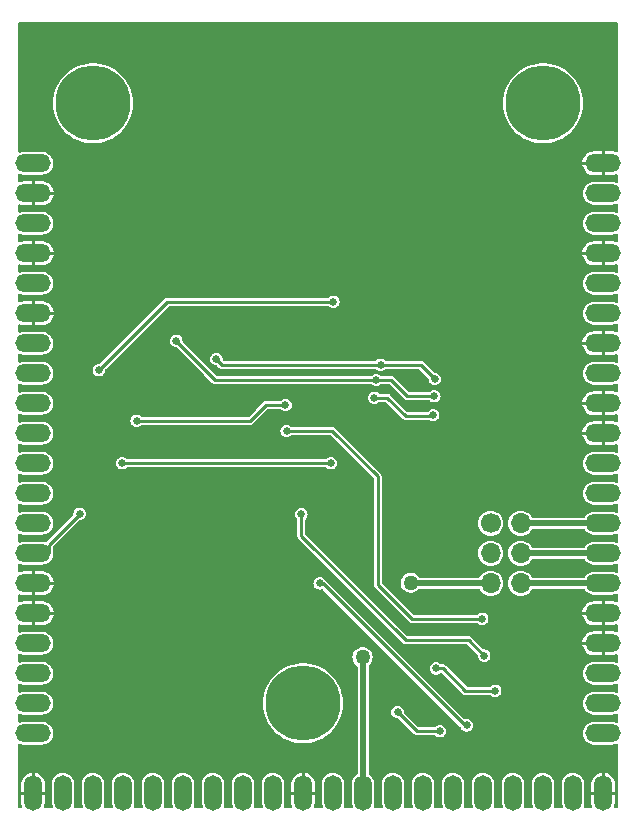
<source format=gbr>
%TF.GenerationSoftware,KiCad,Pcbnew,7.0.9*%
%TF.CreationDate,2024-04-02T12:11:21-07:00*%
%TF.ProjectId,nu8051-ufo-target-board,6e753830-3531-42d7-9566-6f2d74617267,rev?*%
%TF.SameCoordinates,Original*%
%TF.FileFunction,Copper,L2,Bot*%
%TF.FilePolarity,Positive*%
%FSLAX46Y46*%
G04 Gerber Fmt 4.6, Leading zero omitted, Abs format (unit mm)*
G04 Created by KiCad (PCBNEW 7.0.9) date 2024-04-02 12:11:21*
%MOMM*%
%LPD*%
G01*
G04 APERTURE LIST*
%TA.AperFunction,ComponentPad*%
%ADD10C,1.700000*%
%TD*%
%TA.AperFunction,ComponentPad*%
%ADD11O,1.700000X1.700000*%
%TD*%
%TA.AperFunction,ComponentPad*%
%ADD12O,2.997200X1.498600*%
%TD*%
%TA.AperFunction,ComponentPad*%
%ADD13O,1.498600X2.997200*%
%TD*%
%TA.AperFunction,ComponentPad*%
%ADD14C,6.350000*%
%TD*%
%TA.AperFunction,ViaPad*%
%ADD15C,1.270000*%
%TD*%
%TA.AperFunction,ViaPad*%
%ADD16C,0.635000*%
%TD*%
%TA.AperFunction,Conductor*%
%ADD17C,0.508000*%
%TD*%
%TA.AperFunction,Conductor*%
%ADD18C,0.635000*%
%TD*%
%TA.AperFunction,Conductor*%
%ADD19C,0.254000*%
%TD*%
G04 APERTURE END LIST*
D10*
%TO.P,JP1,1,A1*%
%TO.N,VCC*%
X163325000Y-106304200D03*
D11*
%TO.P,JP1,2,B1*%
%TO.N,+2V5*%
X165865000Y-106304200D03*
%TO.P,JP1,3,A2*%
%TO.N,VCC*%
X163325000Y-108844200D03*
%TO.P,JP1,4,B2*%
%TO.N,+3.3V*%
X165865000Y-108844200D03*
%TO.P,JP1,5,A3*%
%TO.N,VCC*%
X163325000Y-111384200D03*
%TO.P,JP1,6,B3*%
%TO.N,+5V*%
X165865000Y-111384200D03*
%TD*%
D12*
%TO.P,J1,A1,SPARE1*%
%TO.N,unconnected-(J1-SPARE1-PadA1)*%
X124579500Y-75824200D03*
%TO.P,J1,A2,GND*%
%TO.N,GND*%
X124579500Y-78364200D03*
%TO.P,J1,A3,CLKOUT*%
%TO.N,Net-(J1-CLKOUT)*%
X124579500Y-80904200D03*
%TO.P,J1,A4,GND*%
%TO.N,GND*%
X124579500Y-83444200D03*
%TO.P,J1,A5,CLKIN*%
%TO.N,CLKOUT*%
X124579500Y-85984200D03*
%TO.P,J1,A6,GND*%
%TO.N,GND*%
X124579500Y-88524200D03*
%TO.P,J1,A7,GPIO1*%
%TO.N,GPI01*%
X124579500Y-91064200D03*
%TO.P,J1,A8,GPIO2*%
%TO.N,GPI02*%
X124579500Y-93604200D03*
%TO.P,J1,A9,GPIO3*%
%TO.N,GPI03*%
X124579500Y-96144200D03*
%TO.P,J1,A10,GPIO4*%
%TO.N,GPI04*%
X124579500Y-98684200D03*
%TO.P,J1,A11,NRST*%
%TO.N,RST*%
X124579500Y-101224200D03*
%TO.P,J1,A12,SCK*%
%TO.N,SCK*%
X124579500Y-103764200D03*
%TO.P,J1,A13,MISO*%
%TO.N,MISO*%
X124579500Y-106304200D03*
%TO.P,J1,A14,MOSI*%
%TO.N,MOSI*%
X124579500Y-108844200D03*
%TO.P,J1,A15,GND*%
%TO.N,GND*%
X124579500Y-111384200D03*
%TO.P,J1,A16,GND*%
X124579500Y-113924200D03*
%TO.P,J1,A17,PDIC*%
%TO.N,PDIC*%
X124579500Y-116464200D03*
%TO.P,J1,A18,PDID*%
%TO.N,PDID*%
X124579500Y-119004200D03*
%TO.P,J1,A19,SPARE2*%
%TO.N,unconnected-(J1-SPARE2-PadA19)*%
X124579500Y-121544200D03*
%TO.P,J1,A20,VREF*%
%TO.N,VCC*%
X124579500Y-124084200D03*
D13*
%TO.P,J1,B1,GND*%
%TO.N,GND*%
X124579500Y-129164200D03*
%TO.P,J1,B2,JTAG_TRST*%
%TO.N,unconnected-(J1-JTAG_TRST-PadB2)*%
X127119500Y-129164200D03*
%TO.P,J1,B3,JTAG_TDI*%
%TO.N,unconnected-(J1-JTAG_TDI-PadB3)*%
X129659500Y-129164200D03*
%TO.P,J1,B4,JTAG_TDO*%
%TO.N,unconnected-(J1-JTAG_TDO-PadB4)*%
X132199500Y-129164200D03*
%TO.P,J1,B5,JTAG_TMS*%
%TO.N,unconnected-(J1-JTAG_TMS-PadB5)*%
X134739500Y-129164200D03*
%TO.P,J1,B6,JTAG_TCK*%
%TO.N,unconnected-(J1-JTAG_TCK-PadB6)*%
X137279500Y-129164200D03*
%TO.P,J1,B7,JTAG_VREF*%
%TO.N,unconnected-(J1-JTAG_VREF-PadB7)*%
X139819500Y-129164200D03*
%TO.P,J1,B8,JTAG_NRST*%
%TO.N,unconnected-(J1-JTAG_NRST-PadB8)*%
X142359500Y-129164200D03*
%TO.P,J1,B9,GND*%
%TO.N,unconnected-(J1-GND-PadB9)*%
X144899500Y-129164200D03*
%TO.P,J1,B10,GND*%
%TO.N,GND*%
X147439500Y-129164200D03*
%TO.P,J1,B11,HDR1*%
%TO.N,unconnected-(J1-HDR1-PadB11)*%
X149979500Y-129164200D03*
%TO.P,J1,B12,HDR2*%
%TO.N,VCC*%
X152519500Y-129164200D03*
%TO.P,J1,B13,HDR3*%
%TO.N,unconnected-(J1-HDR3-PadB13)*%
X155059500Y-129164200D03*
%TO.P,J1,B14,HDR4*%
%TO.N,PDID*%
X157599500Y-129164200D03*
%TO.P,J1,B15,HDR5*%
%TO.N,unconnected-(J1-HDR5-PadB15)*%
X160139500Y-129164200D03*
%TO.P,J1,B16,HDR6*%
%TO.N,PDIC*%
X162679500Y-129164200D03*
%TO.P,J1,B17,HDR7*%
%TO.N,GPI01*%
X165219500Y-129164200D03*
%TO.P,J1,B18,HDR8*%
%TO.N,RST*%
X167759500Y-129164200D03*
%TO.P,J1,B19,HDR9*%
%TO.N,GPI02*%
X170299500Y-129164200D03*
%TO.P,J1,B20,HDR10*%
%TO.N,GND*%
X172839500Y-129164200D03*
D12*
%TO.P,J1,C1,GND*%
X172839500Y-75824200D03*
%TO.P,J1,C2,SHUNTL*%
%TO.N,VBUS*%
X172839500Y-78364200D03*
%TO.P,J1,C3,SHUNTH*%
%TO.N,Net-(J1-FILT_LP)*%
X172839500Y-80904200D03*
%TO.P,J1,C4,GND*%
%TO.N,GND*%
X172839500Y-83444200D03*
%TO.P,J1,C5,FILT_LP*%
%TO.N,Net-(J1-FILT_LP)*%
X172839500Y-85984200D03*
%TO.P,J1,C6,FILT_HP*%
%TO.N,unconnected-(J1-FILT_HP-PadC6)*%
X172839500Y-88524200D03*
%TO.P,J1,C7,GND*%
%TO.N,GND*%
X172839500Y-91064200D03*
%TO.P,J1,C8,FILTIN*%
%TO.N,VCC*%
X172839500Y-93604200D03*
%TO.P,J1,C9,GND*%
%TO.N,GND*%
X172839500Y-96144200D03*
%TO.P,J1,C10,GND*%
X172839500Y-98684200D03*
%TO.P,J1,C11,VCC1.2V*%
%TO.N,unconnected-(J1-VCC1.2V-PadC11)*%
X172839500Y-101224200D03*
%TO.P,J1,C12,VCC1.8V*%
%TO.N,unconnected-(J1-VCC1.8V-PadC12)*%
X172839500Y-103764200D03*
%TO.P,J1,C13,VCC2.5V*%
%TO.N,+2V5*%
X172839500Y-106304200D03*
%TO.P,J1,C14,VCC3.3V*%
%TO.N,+3.3V*%
X172839500Y-108844200D03*
%TO.P,J1,C15,VCC5.0V*%
%TO.N,+5V*%
X172839500Y-111384200D03*
%TO.P,J1,C16,GND*%
%TO.N,GND*%
X172839500Y-113924200D03*
%TO.P,J1,C17,GND*%
X172839500Y-116464200D03*
%TO.P,J1,C18,LED1*%
%TO.N,LED1*%
X172839500Y-119004200D03*
%TO.P,J1,C19,LED2*%
%TO.N,LED2*%
X172839500Y-121544200D03*
%TO.P,J1,C20,LED3*%
%TO.N,LED3*%
X172839500Y-124084200D03*
D14*
%TO.P,J1,MH1,MH1*%
%TO.N,unconnected-(J1-PadMH1)*%
X129659500Y-70744200D03*
%TO.P,J1,MH2,MH2*%
%TO.N,unconnected-(J1-PadMH2)*%
X167759500Y-70744200D03*
%TO.P,J1,MH3,MH3*%
%TO.N,unconnected-(J1-PadMH3)*%
X147439500Y-121544200D03*
%TD*%
D15*
%TO.N,VCC*%
X156550000Y-111350000D03*
X152475000Y-117655500D03*
D16*
%TO.N,GND*%
X147122000Y-68115000D03*
X152552000Y-64215000D03*
X142042000Y-68115000D03*
X146890000Y-76750000D03*
D15*
X160000000Y-85800000D03*
D16*
X161602000Y-94685000D03*
X136730000Y-76750000D03*
X142632000Y-110585000D03*
X137312000Y-64215000D03*
X138990000Y-106750000D03*
X132232000Y-64215000D03*
X144472000Y-72435000D03*
X151970000Y-76750000D03*
X128610000Y-83400000D03*
D15*
X156325000Y-85837500D03*
D16*
X166850000Y-99600000D03*
X146250000Y-80950000D03*
X134312000Y-72435000D03*
X163390000Y-86640000D03*
X143240000Y-124220000D03*
X157632000Y-64215000D03*
X145050000Y-114900000D03*
X166682000Y-94685000D03*
X141900000Y-76800000D03*
X141652000Y-102435000D03*
X157050000Y-76750000D03*
D15*
X153910000Y-91090000D03*
D16*
X136962000Y-68115000D03*
X159712000Y-72435000D03*
X149900000Y-85650000D03*
X167550000Y-90600000D03*
X137552000Y-110585000D03*
X136500000Y-89000000D03*
X154632000Y-72435000D03*
X151000000Y-81000000D03*
X163150000Y-98800000D03*
X149890000Y-89070000D03*
X162130000Y-76750000D03*
X157282000Y-68115000D03*
X157390000Y-90600000D03*
X131650000Y-76750000D03*
X142700000Y-88900000D03*
X131300000Y-89000000D03*
X162362000Y-68115000D03*
D15*
X153900000Y-99500000D03*
D16*
X128600000Y-108050000D03*
X142392000Y-64215000D03*
X134450000Y-106200000D03*
X129300000Y-114250000D03*
X139300000Y-72000000D03*
X144070000Y-106750000D03*
X152202000Y-68115000D03*
X139970000Y-114900000D03*
X134890000Y-114900000D03*
X149552000Y-72435000D03*
X133690000Y-83400000D03*
X131150000Y-109650000D03*
X147472000Y-64215000D03*
X143200000Y-84000000D03*
%TO.N,GPI01*%
X153630000Y-94180000D03*
X136700000Y-90875000D03*
X158550000Y-95550000D03*
%TO.N,GPI02*%
X140100000Y-92400000D03*
X154000000Y-92900000D03*
X158600000Y-94100000D03*
%TO.N,GPI03*%
X130150000Y-93350000D03*
X150000000Y-87550000D03*
%TO.N,GPI04*%
X133360000Y-97640000D03*
X145950000Y-96300000D03*
%TO.N,RST*%
X132130000Y-101224200D03*
X149800000Y-101224200D03*
X161300000Y-123425000D03*
X148850000Y-111400000D03*
%TO.N,MOSI*%
X128525000Y-105500000D03*
%TO.N,PDIC*%
X155437500Y-122287500D03*
X159012500Y-123912500D03*
%TO.N,LED1*%
X162600000Y-114400000D03*
X146050000Y-98500000D03*
%TO.N,LED2*%
X162775000Y-117525000D03*
X147300000Y-105550000D03*
%TO.N,LED3*%
X158450000Y-97150000D03*
X153460000Y-95680000D03*
X163700000Y-120500000D03*
X158700000Y-118600000D03*
%TD*%
D17*
%TO.N,VCC*%
X152519500Y-117700000D02*
X152519500Y-129164200D01*
D18*
X152475000Y-117655500D02*
X152519500Y-117700000D01*
D17*
X156584200Y-111384200D02*
X163325000Y-111384200D01*
D18*
X156550000Y-111350000D02*
X156584200Y-111384200D01*
D19*
%TO.N,GPI01*%
X153630000Y-94180000D02*
X139980000Y-94180000D01*
X154880000Y-94180000D02*
X156250000Y-95550000D01*
X139300000Y-93500000D02*
X139300000Y-93475000D01*
X156250000Y-95550000D02*
X158550000Y-95550000D01*
X153630000Y-94180000D02*
X154880000Y-94180000D01*
X139980000Y-94180000D02*
X139300000Y-93500000D01*
X139300000Y-93475000D02*
X136700000Y-90875000D01*
%TO.N,GPI02*%
X154000000Y-92900000D02*
X157400000Y-92900000D01*
X140600000Y-92900000D02*
X140100000Y-92400000D01*
X154000000Y-92900000D02*
X140600000Y-92900000D01*
X157400000Y-92900000D02*
X158600000Y-94100000D01*
%TO.N,GPI03*%
X135950000Y-87550000D02*
X150000000Y-87550000D01*
X130150000Y-93350000D02*
X135950000Y-87550000D01*
%TO.N,GPI04*%
X142950000Y-97650000D02*
X133375000Y-97650000D01*
X144300000Y-96300000D02*
X142950000Y-97650000D01*
X145950000Y-96300000D02*
X144300000Y-96300000D01*
%TO.N,RST*%
X161300000Y-123425000D02*
X161275000Y-123450000D01*
X132130000Y-101224200D02*
X149800000Y-101224200D01*
X161275000Y-123450000D02*
X161150000Y-123450000D01*
X149100000Y-111400000D02*
X161125000Y-123425000D01*
X148850000Y-111400000D02*
X149100000Y-111400000D01*
X161125000Y-123425000D02*
X161300000Y-123425000D01*
%TO.N,MOSI*%
X128525000Y-105500000D02*
X125905800Y-108119200D01*
X125905800Y-108119200D02*
X125905800Y-108844200D01*
%TO.N,PDIC*%
X155437500Y-122287500D02*
X157062500Y-123912500D01*
X157062500Y-123912500D02*
X159012500Y-123912500D01*
%TO.N,LED1*%
X156650000Y-114400000D02*
X162600000Y-114400000D01*
X153750000Y-102350000D02*
X153750000Y-111500000D01*
X153750000Y-111500000D02*
X156650000Y-114400000D01*
X149900000Y-98500000D02*
X153750000Y-102350000D01*
X146050000Y-98500000D02*
X149900000Y-98500000D01*
%TO.N,LED2*%
X161475000Y-116225000D02*
X162775000Y-117525000D01*
X147300000Y-107400000D02*
X156125000Y-116225000D01*
X147300000Y-105550000D02*
X147300000Y-107400000D01*
X156125000Y-116225000D02*
X161475000Y-116225000D01*
%TO.N,LED3*%
X153460000Y-95680000D02*
X154580000Y-95680000D01*
X158350000Y-97250000D02*
X158450000Y-97150000D01*
X158700000Y-118600000D02*
X159275000Y-118600000D01*
X156150000Y-97250000D02*
X158350000Y-97250000D01*
X154580000Y-95680000D02*
X156150000Y-97250000D01*
X161175000Y-120500000D02*
X163700000Y-120500000D01*
X159275000Y-118600000D02*
X161175000Y-120500000D01*
D17*
%TO.N,+5V*%
X165865000Y-111384200D02*
X172839500Y-111384200D01*
%TO.N,+3.3V*%
X172839500Y-108844200D02*
X165865000Y-108844200D01*
%TO.N,+2V5*%
X165865000Y-106304200D02*
X172839500Y-106304200D01*
%TD*%
%TA.AperFunction,Conductor*%
%TO.N,GND*%
G36*
X174061539Y-63907685D02*
G01*
X174107294Y-63960489D01*
X174118500Y-64012000D01*
X174118500Y-74771583D01*
X174098815Y-74838622D01*
X174046011Y-74884377D01*
X173976853Y-74894321D01*
X173945601Y-74885534D01*
X173890702Y-74861975D01*
X173690826Y-74820900D01*
X172966500Y-74820900D01*
X172966500Y-75342066D01*
X172874923Y-75328900D01*
X172804077Y-75328900D01*
X172712500Y-75342066D01*
X172712500Y-74820900D01*
X172039320Y-74820900D01*
X171887194Y-74836369D01*
X171692509Y-74897451D01*
X171692495Y-74897458D01*
X171514093Y-74996479D01*
X171514088Y-74996482D01*
X171359266Y-75129393D01*
X171359264Y-75129394D01*
X171234366Y-75290751D01*
X171234363Y-75290755D01*
X171144499Y-75473955D01*
X171093356Y-75671480D01*
X171093355Y-75671486D01*
X171092051Y-75697200D01*
X172360581Y-75697200D01*
X172344200Y-75752987D01*
X172344200Y-75895413D01*
X172360581Y-75951200D01*
X171094651Y-75951200D01*
X171113917Y-76076968D01*
X171113920Y-76076981D01*
X171184785Y-76268321D01*
X171184787Y-76268325D01*
X171292726Y-76441497D01*
X171433304Y-76589385D01*
X171433306Y-76589386D01*
X171600786Y-76705956D01*
X171788299Y-76786424D01*
X171988174Y-76827500D01*
X172712500Y-76827500D01*
X172712500Y-76306333D01*
X172804077Y-76319500D01*
X172874923Y-76319500D01*
X172966500Y-76306333D01*
X172966500Y-76827500D01*
X173639680Y-76827500D01*
X173791805Y-76812030D01*
X173957379Y-76760081D01*
X174027237Y-76758793D01*
X174086701Y-76795478D01*
X174116892Y-76858489D01*
X174118500Y-76878394D01*
X174118500Y-77358919D01*
X174098815Y-77425958D01*
X174046011Y-77471713D01*
X173976853Y-77481657D01*
X173945600Y-77472870D01*
X173877611Y-77443694D01*
X173686402Y-77404400D01*
X172041521Y-77404400D01*
X172041520Y-77404400D01*
X171895995Y-77419198D01*
X171709753Y-77477631D01*
X171709743Y-77477636D01*
X171539067Y-77572369D01*
X171539066Y-77572369D01*
X171390957Y-77699517D01*
X171390955Y-77699518D01*
X171271471Y-77853879D01*
X171271469Y-77853883D01*
X171185502Y-78029140D01*
X171136576Y-78218101D01*
X171136575Y-78218107D01*
X171126688Y-78413065D01*
X171156246Y-78606009D01*
X171156249Y-78606021D01*
X171224041Y-78789065D01*
X171224045Y-78789074D01*
X171327295Y-78954724D01*
X171327296Y-78954725D01*
X171327297Y-78954726D01*
X171327299Y-78954729D01*
X171461788Y-79096212D01*
X171622005Y-79207726D01*
X171801389Y-79284706D01*
X171992598Y-79324000D01*
X173637480Y-79324000D01*
X173783004Y-79309202D01*
X173957379Y-79254491D01*
X174027236Y-79253203D01*
X174086701Y-79289888D01*
X174116892Y-79352898D01*
X174118500Y-79372804D01*
X174118500Y-79898919D01*
X174098815Y-79965958D01*
X174046011Y-80011713D01*
X173976853Y-80021657D01*
X173945600Y-80012870D01*
X173877611Y-79983694D01*
X173686402Y-79944400D01*
X172041521Y-79944400D01*
X172041520Y-79944400D01*
X171895995Y-79959198D01*
X171709753Y-80017631D01*
X171709743Y-80017636D01*
X171539067Y-80112369D01*
X171539066Y-80112369D01*
X171390957Y-80239517D01*
X171390955Y-80239518D01*
X171271471Y-80393879D01*
X171271469Y-80393883D01*
X171185502Y-80569140D01*
X171136576Y-80758101D01*
X171136575Y-80758107D01*
X171126688Y-80953065D01*
X171156246Y-81146009D01*
X171156249Y-81146021D01*
X171224041Y-81329065D01*
X171224045Y-81329074D01*
X171327295Y-81494724D01*
X171327296Y-81494725D01*
X171327297Y-81494726D01*
X171327299Y-81494729D01*
X171461788Y-81636212D01*
X171622005Y-81747726D01*
X171801389Y-81824706D01*
X171992598Y-81864000D01*
X173637480Y-81864000D01*
X173783004Y-81849202D01*
X173957379Y-81794491D01*
X174027236Y-81793203D01*
X174086701Y-81829888D01*
X174116892Y-81892898D01*
X174118500Y-81912804D01*
X174118500Y-82391583D01*
X174098815Y-82458622D01*
X174046011Y-82504377D01*
X173976853Y-82514321D01*
X173945601Y-82505534D01*
X173890702Y-82481975D01*
X173690826Y-82440900D01*
X172966500Y-82440900D01*
X172966500Y-82962066D01*
X172874923Y-82948900D01*
X172804077Y-82948900D01*
X172712500Y-82962066D01*
X172712500Y-82440900D01*
X172039320Y-82440900D01*
X171887194Y-82456369D01*
X171692509Y-82517451D01*
X171692495Y-82517458D01*
X171514093Y-82616479D01*
X171514088Y-82616482D01*
X171359266Y-82749393D01*
X171359264Y-82749394D01*
X171234366Y-82910751D01*
X171234363Y-82910755D01*
X171144499Y-83093955D01*
X171093356Y-83291480D01*
X171093355Y-83291486D01*
X171092051Y-83317200D01*
X172360581Y-83317200D01*
X172344200Y-83372987D01*
X172344200Y-83515413D01*
X172360581Y-83571200D01*
X171094651Y-83571200D01*
X171113917Y-83696968D01*
X171113920Y-83696981D01*
X171184785Y-83888321D01*
X171184787Y-83888325D01*
X171292726Y-84061497D01*
X171433304Y-84209385D01*
X171433306Y-84209386D01*
X171600786Y-84325956D01*
X171788299Y-84406424D01*
X171988174Y-84447500D01*
X172712500Y-84447500D01*
X172712500Y-83926333D01*
X172804077Y-83939500D01*
X172874923Y-83939500D01*
X172966500Y-83926333D01*
X172966500Y-84447500D01*
X173639680Y-84447500D01*
X173791805Y-84432030D01*
X173957379Y-84380081D01*
X174027237Y-84378793D01*
X174086701Y-84415478D01*
X174116892Y-84478489D01*
X174118500Y-84498394D01*
X174118500Y-84978919D01*
X174098815Y-85045958D01*
X174046011Y-85091713D01*
X173976853Y-85101657D01*
X173945600Y-85092870D01*
X173877611Y-85063694D01*
X173686402Y-85024400D01*
X172041521Y-85024400D01*
X172041520Y-85024400D01*
X171895995Y-85039198D01*
X171709753Y-85097631D01*
X171709743Y-85097636D01*
X171539067Y-85192369D01*
X171539066Y-85192369D01*
X171390957Y-85319517D01*
X171390955Y-85319518D01*
X171271471Y-85473879D01*
X171271469Y-85473883D01*
X171185502Y-85649140D01*
X171136576Y-85838101D01*
X171136575Y-85838107D01*
X171126688Y-86033065D01*
X171156246Y-86226009D01*
X171156249Y-86226021D01*
X171224041Y-86409065D01*
X171224045Y-86409074D01*
X171327295Y-86574724D01*
X171327296Y-86574725D01*
X171327297Y-86574726D01*
X171327299Y-86574729D01*
X171461788Y-86716212D01*
X171622005Y-86827726D01*
X171801389Y-86904706D01*
X171992598Y-86944000D01*
X173637480Y-86944000D01*
X173783004Y-86929202D01*
X173957379Y-86874491D01*
X174027236Y-86873203D01*
X174086701Y-86909888D01*
X174116892Y-86972898D01*
X174118500Y-86992804D01*
X174118500Y-87518919D01*
X174098815Y-87585958D01*
X174046011Y-87631713D01*
X173976853Y-87641657D01*
X173945600Y-87632870D01*
X173877611Y-87603694D01*
X173686402Y-87564400D01*
X172041521Y-87564400D01*
X172041520Y-87564400D01*
X171895995Y-87579198D01*
X171709753Y-87637631D01*
X171709743Y-87637636D01*
X171539067Y-87732369D01*
X171539066Y-87732369D01*
X171390957Y-87859517D01*
X171390955Y-87859518D01*
X171271471Y-88013879D01*
X171271469Y-88013883D01*
X171185502Y-88189140D01*
X171136576Y-88378101D01*
X171136575Y-88378107D01*
X171126688Y-88573065D01*
X171156246Y-88766009D01*
X171156249Y-88766021D01*
X171224041Y-88949065D01*
X171224045Y-88949074D01*
X171327295Y-89114724D01*
X171327296Y-89114725D01*
X171327297Y-89114726D01*
X171327299Y-89114729D01*
X171461788Y-89256212D01*
X171622005Y-89367726D01*
X171801389Y-89444706D01*
X171992598Y-89484000D01*
X173637480Y-89484000D01*
X173783004Y-89469202D01*
X173957379Y-89414491D01*
X174027236Y-89413203D01*
X174086701Y-89449888D01*
X174116892Y-89512898D01*
X174118500Y-89532804D01*
X174118500Y-90011583D01*
X174098815Y-90078622D01*
X174046011Y-90124377D01*
X173976853Y-90134321D01*
X173945601Y-90125534D01*
X173890702Y-90101975D01*
X173690826Y-90060900D01*
X172966500Y-90060900D01*
X172966500Y-90582066D01*
X172874923Y-90568900D01*
X172804077Y-90568900D01*
X172712500Y-90582066D01*
X172712500Y-90060900D01*
X172039320Y-90060900D01*
X171887194Y-90076369D01*
X171692509Y-90137451D01*
X171692495Y-90137458D01*
X171514093Y-90236479D01*
X171514088Y-90236482D01*
X171359266Y-90369393D01*
X171359264Y-90369394D01*
X171234366Y-90530751D01*
X171234363Y-90530755D01*
X171144499Y-90713955D01*
X171093356Y-90911480D01*
X171093355Y-90911486D01*
X171092051Y-90937200D01*
X172360581Y-90937200D01*
X172344200Y-90992987D01*
X172344200Y-91135413D01*
X172360581Y-91191200D01*
X171094651Y-91191200D01*
X171113917Y-91316968D01*
X171113920Y-91316981D01*
X171184785Y-91508321D01*
X171184787Y-91508325D01*
X171292726Y-91681497D01*
X171433304Y-91829385D01*
X171433306Y-91829386D01*
X171600786Y-91945956D01*
X171788299Y-92026424D01*
X171988174Y-92067500D01*
X172712500Y-92067500D01*
X172712500Y-91546333D01*
X172804077Y-91559500D01*
X172874923Y-91559500D01*
X172966500Y-91546333D01*
X172966500Y-92067500D01*
X173639680Y-92067500D01*
X173791805Y-92052030D01*
X173957379Y-92000081D01*
X174027237Y-91998793D01*
X174086701Y-92035478D01*
X174116892Y-92098489D01*
X174118500Y-92118394D01*
X174118500Y-92598919D01*
X174098815Y-92665958D01*
X174046011Y-92711713D01*
X173976853Y-92721657D01*
X173945600Y-92712870D01*
X173877611Y-92683694D01*
X173686402Y-92644400D01*
X172041521Y-92644400D01*
X172041520Y-92644400D01*
X171895995Y-92659198D01*
X171709753Y-92717631D01*
X171709743Y-92717636D01*
X171539067Y-92812369D01*
X171539066Y-92812369D01*
X171390957Y-92939517D01*
X171390955Y-92939518D01*
X171271471Y-93093879D01*
X171271469Y-93093883D01*
X171185502Y-93269140D01*
X171136576Y-93458101D01*
X171136575Y-93458107D01*
X171126688Y-93653065D01*
X171156246Y-93846009D01*
X171156249Y-93846021D01*
X171224041Y-94029065D01*
X171224045Y-94029074D01*
X171327295Y-94194724D01*
X171327296Y-94194725D01*
X171327297Y-94194726D01*
X171327299Y-94194729D01*
X171461788Y-94336212D01*
X171622005Y-94447726D01*
X171801389Y-94524706D01*
X171992598Y-94564000D01*
X173637480Y-94564000D01*
X173783004Y-94549202D01*
X173933325Y-94502038D01*
X173957379Y-94494490D01*
X174027236Y-94493203D01*
X174086701Y-94529888D01*
X174116892Y-94592898D01*
X174118500Y-94612804D01*
X174118500Y-95091583D01*
X174098815Y-95158622D01*
X174046011Y-95204377D01*
X173976853Y-95214321D01*
X173945601Y-95205534D01*
X173890702Y-95181975D01*
X173690826Y-95140900D01*
X172966500Y-95140900D01*
X172966500Y-95662066D01*
X172874923Y-95648900D01*
X172804077Y-95648900D01*
X172712500Y-95662066D01*
X172712500Y-95140900D01*
X172039320Y-95140900D01*
X171887194Y-95156369D01*
X171692509Y-95217451D01*
X171692495Y-95217458D01*
X171514093Y-95316479D01*
X171514088Y-95316482D01*
X171359266Y-95449393D01*
X171359264Y-95449394D01*
X171234366Y-95610751D01*
X171234363Y-95610755D01*
X171144499Y-95793955D01*
X171093356Y-95991480D01*
X171093355Y-95991486D01*
X171092051Y-96017200D01*
X172360581Y-96017200D01*
X172344200Y-96072987D01*
X172344200Y-96215413D01*
X172360581Y-96271200D01*
X171094651Y-96271200D01*
X171113917Y-96396968D01*
X171113920Y-96396981D01*
X171184785Y-96588321D01*
X171184787Y-96588325D01*
X171292726Y-96761497D01*
X171433304Y-96909385D01*
X171433306Y-96909386D01*
X171600786Y-97025956D01*
X171788299Y-97106424D01*
X171988174Y-97147500D01*
X172712500Y-97147500D01*
X172712500Y-96626333D01*
X172804077Y-96639500D01*
X172874923Y-96639500D01*
X172966500Y-96626333D01*
X172966500Y-97147500D01*
X173639680Y-97147500D01*
X173791805Y-97132030D01*
X173957379Y-97080081D01*
X174027237Y-97078793D01*
X174086701Y-97115478D01*
X174116892Y-97178489D01*
X174118500Y-97198394D01*
X174118500Y-97631583D01*
X174098815Y-97698622D01*
X174046011Y-97744377D01*
X173976853Y-97754321D01*
X173945601Y-97745534D01*
X173890702Y-97721975D01*
X173690826Y-97680900D01*
X172966500Y-97680900D01*
X172966500Y-98202066D01*
X172874923Y-98188900D01*
X172804077Y-98188900D01*
X172712500Y-98202066D01*
X172712500Y-97680900D01*
X172039320Y-97680900D01*
X171887194Y-97696369D01*
X171692509Y-97757451D01*
X171692495Y-97757458D01*
X171514093Y-97856479D01*
X171514088Y-97856482D01*
X171359266Y-97989393D01*
X171359264Y-97989394D01*
X171234366Y-98150751D01*
X171234363Y-98150755D01*
X171144499Y-98333955D01*
X171093356Y-98531480D01*
X171093355Y-98531486D01*
X171092051Y-98557200D01*
X172360581Y-98557200D01*
X172344200Y-98612987D01*
X172344200Y-98755413D01*
X172360581Y-98811200D01*
X171094651Y-98811200D01*
X171113917Y-98936968D01*
X171113920Y-98936981D01*
X171184785Y-99128321D01*
X171184787Y-99128325D01*
X171292726Y-99301497D01*
X171433304Y-99449385D01*
X171433306Y-99449386D01*
X171600786Y-99565956D01*
X171788299Y-99646424D01*
X171988174Y-99687500D01*
X172712500Y-99687500D01*
X172712500Y-99166333D01*
X172804077Y-99179500D01*
X172874923Y-99179500D01*
X172966500Y-99166333D01*
X172966500Y-99687500D01*
X173639680Y-99687500D01*
X173791805Y-99672030D01*
X173957379Y-99620081D01*
X174027237Y-99618793D01*
X174086701Y-99655478D01*
X174116892Y-99718489D01*
X174118500Y-99738394D01*
X174118500Y-100218919D01*
X174098815Y-100285958D01*
X174046011Y-100331713D01*
X173976853Y-100341657D01*
X173945600Y-100332870D01*
X173877611Y-100303694D01*
X173686402Y-100264400D01*
X172041521Y-100264400D01*
X172041520Y-100264400D01*
X171895995Y-100279198D01*
X171709753Y-100337631D01*
X171709743Y-100337636D01*
X171539067Y-100432369D01*
X171539066Y-100432369D01*
X171390957Y-100559517D01*
X171390955Y-100559518D01*
X171271471Y-100713879D01*
X171271469Y-100713883D01*
X171185502Y-100889140D01*
X171136576Y-101078101D01*
X171136575Y-101078107D01*
X171126688Y-101273065D01*
X171156246Y-101466009D01*
X171156249Y-101466021D01*
X171224041Y-101649065D01*
X171224045Y-101649074D01*
X171327295Y-101814724D01*
X171327296Y-101814725D01*
X171327297Y-101814726D01*
X171327299Y-101814729D01*
X171461788Y-101956212D01*
X171622005Y-102067726D01*
X171801389Y-102144706D01*
X171992598Y-102184000D01*
X173637480Y-102184000D01*
X173783004Y-102169202D01*
X173957379Y-102114491D01*
X174027236Y-102113203D01*
X174086701Y-102149888D01*
X174116892Y-102212898D01*
X174118500Y-102232804D01*
X174118500Y-102758919D01*
X174098815Y-102825958D01*
X174046011Y-102871713D01*
X173976853Y-102881657D01*
X173945600Y-102872870D01*
X173877611Y-102843694D01*
X173686402Y-102804400D01*
X172041521Y-102804400D01*
X172041520Y-102804400D01*
X171895995Y-102819198D01*
X171709753Y-102877631D01*
X171709743Y-102877636D01*
X171539067Y-102972369D01*
X171539066Y-102972369D01*
X171390957Y-103099517D01*
X171390955Y-103099518D01*
X171271471Y-103253879D01*
X171271469Y-103253883D01*
X171185502Y-103429140D01*
X171136576Y-103618101D01*
X171136575Y-103618107D01*
X171126688Y-103813065D01*
X171156246Y-104006009D01*
X171156249Y-104006021D01*
X171224041Y-104189065D01*
X171224045Y-104189074D01*
X171327295Y-104354724D01*
X171327296Y-104354725D01*
X171327297Y-104354726D01*
X171327299Y-104354729D01*
X171461788Y-104496212D01*
X171622005Y-104607726D01*
X171801389Y-104684706D01*
X171992598Y-104724000D01*
X173637480Y-104724000D01*
X173783004Y-104709202D01*
X173957379Y-104654491D01*
X174027236Y-104653203D01*
X174086701Y-104689888D01*
X174116892Y-104752898D01*
X174118500Y-104772804D01*
X174118500Y-105298919D01*
X174098815Y-105365958D01*
X174046011Y-105411713D01*
X173976853Y-105421657D01*
X173945600Y-105412870D01*
X173877611Y-105383694D01*
X173686402Y-105344400D01*
X172041521Y-105344400D01*
X172041520Y-105344400D01*
X171895995Y-105359198D01*
X171709753Y-105417631D01*
X171709743Y-105417636D01*
X171539067Y-105512369D01*
X171539066Y-105512369D01*
X171390957Y-105639517D01*
X171390955Y-105639518D01*
X171293661Y-105765212D01*
X171286742Y-105774153D01*
X171273236Y-105791601D01*
X171216635Y-105832565D01*
X171175180Y-105839700D01*
X166893531Y-105839700D01*
X166826492Y-105820015D01*
X166784173Y-105774153D01*
X166751043Y-105712172D01*
X166751039Y-105712165D01*
X166618515Y-105550684D01*
X166457034Y-105418160D01*
X166457027Y-105418156D01*
X166272806Y-105319688D01*
X166272803Y-105319687D01*
X166272802Y-105319686D01*
X166272799Y-105319685D01*
X166072894Y-105259045D01*
X166072892Y-105259044D01*
X166072894Y-105259044D01*
X165865000Y-105238569D01*
X165657107Y-105259044D01*
X165575746Y-105283725D01*
X165457201Y-105319685D01*
X165457198Y-105319686D01*
X165457196Y-105319687D01*
X165457193Y-105319688D01*
X165272972Y-105418156D01*
X165272965Y-105418160D01*
X165111484Y-105550684D01*
X164978960Y-105712165D01*
X164978956Y-105712172D01*
X164880488Y-105896393D01*
X164880487Y-105896396D01*
X164880486Y-105896398D01*
X164880485Y-105896401D01*
X164860826Y-105961208D01*
X164819844Y-106096307D01*
X164799369Y-106304200D01*
X164819844Y-106512092D01*
X164819845Y-106512094D01*
X164880485Y-106711999D01*
X164880486Y-106712002D01*
X164880487Y-106712003D01*
X164880488Y-106712006D01*
X164978956Y-106896227D01*
X164978960Y-106896234D01*
X165111484Y-107057715D01*
X165272965Y-107190239D01*
X165272972Y-107190243D01*
X165457193Y-107288711D01*
X165457194Y-107288711D01*
X165457201Y-107288715D01*
X165657106Y-107349355D01*
X165657105Y-107349355D01*
X165675745Y-107351190D01*
X165865000Y-107369831D01*
X166072894Y-107349355D01*
X166272799Y-107288715D01*
X166457033Y-107190240D01*
X166618515Y-107057715D01*
X166751040Y-106896233D01*
X166758608Y-106882073D01*
X166784173Y-106834247D01*
X166833135Y-106784403D01*
X166893531Y-106768700D01*
X171179919Y-106768700D01*
X171246958Y-106788385D01*
X171285151Y-106827109D01*
X171327296Y-106894725D01*
X171327297Y-106894726D01*
X171327299Y-106894729D01*
X171461788Y-107036212D01*
X171622005Y-107147726D01*
X171801389Y-107224706D01*
X171992598Y-107264000D01*
X173637480Y-107264000D01*
X173783004Y-107249202D01*
X173957379Y-107194491D01*
X174027236Y-107193203D01*
X174086701Y-107229888D01*
X174116892Y-107292898D01*
X174118500Y-107312804D01*
X174118500Y-107838919D01*
X174098815Y-107905958D01*
X174046011Y-107951713D01*
X173976853Y-107961657D01*
X173945600Y-107952870D01*
X173877611Y-107923694D01*
X173686402Y-107884400D01*
X172041521Y-107884400D01*
X172041520Y-107884400D01*
X171895995Y-107899198D01*
X171709753Y-107957631D01*
X171709743Y-107957636D01*
X171539067Y-108052369D01*
X171539066Y-108052369D01*
X171390957Y-108179517D01*
X171390955Y-108179518D01*
X171329435Y-108258997D01*
X171286742Y-108314153D01*
X171273236Y-108331601D01*
X171216635Y-108372565D01*
X171175180Y-108379700D01*
X166893531Y-108379700D01*
X166826492Y-108360015D01*
X166784173Y-108314153D01*
X166751043Y-108252172D01*
X166751039Y-108252165D01*
X166618515Y-108090684D01*
X166457034Y-107958160D01*
X166457027Y-107958156D01*
X166272806Y-107859688D01*
X166272803Y-107859687D01*
X166272802Y-107859686D01*
X166272799Y-107859685D01*
X166072894Y-107799045D01*
X166072892Y-107799044D01*
X166072894Y-107799044D01*
X165865000Y-107778569D01*
X165657107Y-107799044D01*
X165555235Y-107829947D01*
X165457201Y-107859685D01*
X165457198Y-107859686D01*
X165457196Y-107859687D01*
X165457193Y-107859688D01*
X165272972Y-107958156D01*
X165272965Y-107958160D01*
X165111484Y-108090684D01*
X164978960Y-108252165D01*
X164978956Y-108252172D01*
X164880488Y-108436393D01*
X164880487Y-108436396D01*
X164819844Y-108636307D01*
X164799369Y-108844200D01*
X164819844Y-109052092D01*
X164819845Y-109052094D01*
X164880485Y-109251999D01*
X164880486Y-109252002D01*
X164880487Y-109252003D01*
X164880488Y-109252006D01*
X164978956Y-109436227D01*
X164978960Y-109436234D01*
X165111484Y-109597715D01*
X165272965Y-109730239D01*
X165272972Y-109730243D01*
X165457193Y-109828711D01*
X165457194Y-109828711D01*
X165457201Y-109828715D01*
X165657106Y-109889355D01*
X165657105Y-109889355D01*
X165675745Y-109891190D01*
X165865000Y-109909831D01*
X166072894Y-109889355D01*
X166272799Y-109828715D01*
X166457033Y-109730240D01*
X166618515Y-109597715D01*
X166751040Y-109436233D01*
X166758608Y-109422073D01*
X166784173Y-109374247D01*
X166833135Y-109324403D01*
X166893531Y-109308700D01*
X171179919Y-109308700D01*
X171246958Y-109328385D01*
X171285151Y-109367109D01*
X171327296Y-109434725D01*
X171327297Y-109434726D01*
X171327299Y-109434729D01*
X171461788Y-109576212D01*
X171622005Y-109687726D01*
X171801389Y-109764706D01*
X171992598Y-109804000D01*
X173637480Y-109804000D01*
X173783004Y-109789202D01*
X173957379Y-109734491D01*
X174027236Y-109733203D01*
X174086701Y-109769888D01*
X174116892Y-109832898D01*
X174118500Y-109852804D01*
X174118500Y-110378919D01*
X174098815Y-110445958D01*
X174046011Y-110491713D01*
X173976853Y-110501657D01*
X173945600Y-110492870D01*
X173877611Y-110463694D01*
X173686402Y-110424400D01*
X172041521Y-110424400D01*
X172041520Y-110424400D01*
X171895995Y-110439198D01*
X171709753Y-110497631D01*
X171709743Y-110497636D01*
X171539067Y-110592369D01*
X171539066Y-110592369D01*
X171390957Y-110719517D01*
X171390955Y-110719518D01*
X171293661Y-110845212D01*
X171276454Y-110867444D01*
X171273236Y-110871601D01*
X171216635Y-110912565D01*
X171175180Y-110919700D01*
X166893531Y-110919700D01*
X166826492Y-110900015D01*
X166784173Y-110854153D01*
X166751043Y-110792172D01*
X166751039Y-110792165D01*
X166618515Y-110630684D01*
X166457034Y-110498160D01*
X166457027Y-110498156D01*
X166272806Y-110399688D01*
X166272803Y-110399687D01*
X166272802Y-110399686D01*
X166272799Y-110399685D01*
X166072894Y-110339045D01*
X166072892Y-110339044D01*
X166072894Y-110339044D01*
X165865000Y-110318569D01*
X165657107Y-110339044D01*
X165539075Y-110374848D01*
X165457201Y-110399685D01*
X165457198Y-110399686D01*
X165457196Y-110399687D01*
X165457193Y-110399688D01*
X165272972Y-110498156D01*
X165272965Y-110498160D01*
X165111484Y-110630684D01*
X164978960Y-110792165D01*
X164978956Y-110792172D01*
X164880488Y-110976393D01*
X164880487Y-110976396D01*
X164880486Y-110976398D01*
X164880485Y-110976401D01*
X164872048Y-111004215D01*
X164819844Y-111176307D01*
X164799369Y-111384200D01*
X164819844Y-111592092D01*
X164819845Y-111592094D01*
X164880485Y-111791999D01*
X164880486Y-111792002D01*
X164880487Y-111792003D01*
X164880488Y-111792006D01*
X164978956Y-111976227D01*
X164978960Y-111976234D01*
X165111484Y-112137715D01*
X165272965Y-112270239D01*
X165272972Y-112270243D01*
X165457193Y-112368711D01*
X165457194Y-112368711D01*
X165457201Y-112368715D01*
X165657106Y-112429355D01*
X165657105Y-112429355D01*
X165675745Y-112431190D01*
X165865000Y-112449831D01*
X166072894Y-112429355D01*
X166272799Y-112368715D01*
X166457033Y-112270240D01*
X166618515Y-112137715D01*
X166751040Y-111976233D01*
X166774386Y-111932556D01*
X166784173Y-111914247D01*
X166833135Y-111864403D01*
X166893531Y-111848700D01*
X171179919Y-111848700D01*
X171246958Y-111868385D01*
X171285151Y-111907109D01*
X171327296Y-111974725D01*
X171327297Y-111974726D01*
X171327299Y-111974729D01*
X171461788Y-112116212D01*
X171622005Y-112227726D01*
X171801389Y-112304706D01*
X171992598Y-112344000D01*
X173637480Y-112344000D01*
X173783004Y-112329202D01*
X173957379Y-112274491D01*
X174027236Y-112273203D01*
X174086701Y-112309888D01*
X174116892Y-112372898D01*
X174118500Y-112392804D01*
X174118500Y-112871583D01*
X174098815Y-112938622D01*
X174046011Y-112984377D01*
X173976853Y-112994321D01*
X173945601Y-112985534D01*
X173890702Y-112961975D01*
X173690826Y-112920900D01*
X172966500Y-112920900D01*
X172966500Y-113442066D01*
X172874923Y-113428900D01*
X172804077Y-113428900D01*
X172712500Y-113442066D01*
X172712500Y-112920900D01*
X172039320Y-112920900D01*
X171887194Y-112936369D01*
X171692509Y-112997451D01*
X171692495Y-112997458D01*
X171514093Y-113096479D01*
X171514088Y-113096482D01*
X171359266Y-113229393D01*
X171359264Y-113229394D01*
X171234366Y-113390751D01*
X171234363Y-113390755D01*
X171144499Y-113573955D01*
X171093356Y-113771480D01*
X171093355Y-113771486D01*
X171092051Y-113797200D01*
X172360581Y-113797200D01*
X172344200Y-113852987D01*
X172344200Y-113995413D01*
X172360581Y-114051200D01*
X171094651Y-114051200D01*
X171113917Y-114176968D01*
X171113920Y-114176981D01*
X171184785Y-114368321D01*
X171184787Y-114368325D01*
X171292726Y-114541497D01*
X171433304Y-114689385D01*
X171433306Y-114689386D01*
X171600786Y-114805956D01*
X171788299Y-114886424D01*
X171988174Y-114927500D01*
X172712500Y-114927500D01*
X172712500Y-114406333D01*
X172804077Y-114419500D01*
X172874923Y-114419500D01*
X172966500Y-114406333D01*
X172966500Y-114927500D01*
X173639680Y-114927500D01*
X173791805Y-114912030D01*
X173957379Y-114860081D01*
X174027237Y-114858793D01*
X174086701Y-114895478D01*
X174116892Y-114958489D01*
X174118500Y-114978394D01*
X174118500Y-115411583D01*
X174098815Y-115478622D01*
X174046011Y-115524377D01*
X173976853Y-115534321D01*
X173945601Y-115525534D01*
X173890702Y-115501975D01*
X173690826Y-115460900D01*
X172966500Y-115460900D01*
X172966500Y-115982066D01*
X172874923Y-115968900D01*
X172804077Y-115968900D01*
X172712500Y-115982066D01*
X172712500Y-115460900D01*
X172039320Y-115460900D01*
X171887194Y-115476369D01*
X171692509Y-115537451D01*
X171692495Y-115537458D01*
X171514093Y-115636479D01*
X171514088Y-115636482D01*
X171359266Y-115769393D01*
X171359264Y-115769394D01*
X171234366Y-115930751D01*
X171234363Y-115930755D01*
X171144499Y-116113955D01*
X171093356Y-116311480D01*
X171093355Y-116311486D01*
X171092051Y-116337200D01*
X172360581Y-116337200D01*
X172344200Y-116392987D01*
X172344200Y-116535413D01*
X172360581Y-116591200D01*
X171094651Y-116591200D01*
X171113917Y-116716968D01*
X171113920Y-116716981D01*
X171184785Y-116908321D01*
X171184787Y-116908325D01*
X171292726Y-117081497D01*
X171433304Y-117229385D01*
X171433306Y-117229386D01*
X171600786Y-117345956D01*
X171788299Y-117426424D01*
X171988174Y-117467500D01*
X172712500Y-117467500D01*
X172712500Y-116946333D01*
X172804077Y-116959500D01*
X172874923Y-116959500D01*
X172966500Y-116946333D01*
X172966500Y-117467500D01*
X173639680Y-117467500D01*
X173791805Y-117452030D01*
X173957379Y-117400081D01*
X174027237Y-117398793D01*
X174086701Y-117435478D01*
X174116892Y-117498489D01*
X174118500Y-117518394D01*
X174118500Y-117998919D01*
X174098815Y-118065958D01*
X174046011Y-118111713D01*
X173976853Y-118121657D01*
X173945600Y-118112870D01*
X173877611Y-118083694D01*
X173686402Y-118044400D01*
X172041521Y-118044400D01*
X172041520Y-118044400D01*
X171895995Y-118059198D01*
X171709753Y-118117631D01*
X171709743Y-118117636D01*
X171539067Y-118212369D01*
X171539066Y-118212369D01*
X171390957Y-118339517D01*
X171390955Y-118339518D01*
X171271471Y-118493879D01*
X171271469Y-118493883D01*
X171185502Y-118669140D01*
X171136576Y-118858101D01*
X171136575Y-118858107D01*
X171126688Y-119053065D01*
X171156246Y-119246009D01*
X171156249Y-119246021D01*
X171224041Y-119429065D01*
X171224045Y-119429074D01*
X171327295Y-119594724D01*
X171327296Y-119594725D01*
X171327297Y-119594726D01*
X171327299Y-119594729D01*
X171461788Y-119736212D01*
X171622005Y-119847726D01*
X171801389Y-119924706D01*
X171992598Y-119964000D01*
X173637480Y-119964000D01*
X173783004Y-119949202D01*
X173957379Y-119894491D01*
X174027236Y-119893203D01*
X174086701Y-119929888D01*
X174116892Y-119992898D01*
X174118500Y-120012804D01*
X174118500Y-120538919D01*
X174098815Y-120605958D01*
X174046011Y-120651713D01*
X173976853Y-120661657D01*
X173945600Y-120652870D01*
X173877611Y-120623694D01*
X173686402Y-120584400D01*
X172041521Y-120584400D01*
X172041520Y-120584400D01*
X171895995Y-120599198D01*
X171709753Y-120657631D01*
X171709743Y-120657636D01*
X171539067Y-120752369D01*
X171539066Y-120752369D01*
X171390957Y-120879517D01*
X171390955Y-120879518D01*
X171271471Y-121033879D01*
X171271469Y-121033883D01*
X171185502Y-121209140D01*
X171136576Y-121398101D01*
X171136575Y-121398107D01*
X171126688Y-121593065D01*
X171156246Y-121786009D01*
X171156249Y-121786021D01*
X171224041Y-121969065D01*
X171224045Y-121969074D01*
X171327295Y-122134724D01*
X171327296Y-122134725D01*
X171327297Y-122134726D01*
X171327299Y-122134729D01*
X171461788Y-122276212D01*
X171622005Y-122387726D01*
X171801389Y-122464706D01*
X171992598Y-122504000D01*
X173637480Y-122504000D01*
X173783004Y-122489202D01*
X173957379Y-122434491D01*
X174027236Y-122433203D01*
X174086701Y-122469888D01*
X174116892Y-122532898D01*
X174118500Y-122552804D01*
X174118500Y-123078919D01*
X174098815Y-123145958D01*
X174046011Y-123191713D01*
X173976853Y-123201657D01*
X173945600Y-123192870D01*
X173877611Y-123163694D01*
X173686402Y-123124400D01*
X172041521Y-123124400D01*
X172041520Y-123124400D01*
X171895995Y-123139198D01*
X171709753Y-123197631D01*
X171709743Y-123197636D01*
X171539067Y-123292369D01*
X171539066Y-123292369D01*
X171390957Y-123419517D01*
X171390955Y-123419518D01*
X171271471Y-123573879D01*
X171271469Y-123573883D01*
X171185502Y-123749140D01*
X171136576Y-123938101D01*
X171136575Y-123938107D01*
X171126688Y-124133065D01*
X171156246Y-124326009D01*
X171156249Y-124326021D01*
X171224041Y-124509065D01*
X171224045Y-124509074D01*
X171327295Y-124674724D01*
X171327296Y-124674725D01*
X171327297Y-124674726D01*
X171327299Y-124674729D01*
X171461788Y-124816212D01*
X171622005Y-124927726D01*
X171801389Y-125004706D01*
X171992598Y-125044000D01*
X173637480Y-125044000D01*
X173783004Y-125029202D01*
X173957379Y-124974491D01*
X174027236Y-124973203D01*
X174086701Y-125009888D01*
X174116892Y-125072898D01*
X174118500Y-125092804D01*
X174118500Y-130312000D01*
X174098815Y-130379039D01*
X174046011Y-130424794D01*
X173994500Y-130436000D01*
X173895206Y-130436000D01*
X173828167Y-130416315D01*
X173782412Y-130363511D01*
X173772468Y-130294353D01*
X173781256Y-130263099D01*
X173801724Y-130215402D01*
X173842800Y-130015526D01*
X173842800Y-129291200D01*
X173318419Y-129291200D01*
X173334800Y-129235413D01*
X173334800Y-129092987D01*
X173318419Y-129037200D01*
X173842800Y-129037200D01*
X173842800Y-128364019D01*
X173827330Y-128211894D01*
X173766248Y-128017209D01*
X173766241Y-128017195D01*
X173667220Y-127838793D01*
X173667217Y-127838788D01*
X173534306Y-127683966D01*
X173534305Y-127683964D01*
X173372948Y-127559066D01*
X173372944Y-127559063D01*
X173189743Y-127469199D01*
X173189745Y-127469199D01*
X172992219Y-127418056D01*
X172992213Y-127418055D01*
X172966500Y-127416751D01*
X172966500Y-128682066D01*
X172874923Y-128668900D01*
X172804077Y-128668900D01*
X172712500Y-128682066D01*
X172712500Y-127419349D01*
X172586724Y-127438618D01*
X172586723Y-127438618D01*
X172395378Y-127509485D01*
X172395374Y-127509487D01*
X172222202Y-127617426D01*
X172074314Y-127758004D01*
X172074313Y-127758006D01*
X171957743Y-127925486D01*
X171877275Y-128112999D01*
X171836200Y-128312873D01*
X171836200Y-129037200D01*
X172360581Y-129037200D01*
X172344200Y-129092987D01*
X172344200Y-129235413D01*
X172360581Y-129291200D01*
X171836200Y-129291200D01*
X171836200Y-129964380D01*
X171851670Y-130116507D01*
X171901359Y-130274880D01*
X171902646Y-130344737D01*
X171865961Y-130404201D01*
X171802951Y-130434392D01*
X171783046Y-130436000D01*
X171307870Y-130436000D01*
X171240831Y-130416315D01*
X171195076Y-130363511D01*
X171185132Y-130294353D01*
X171193917Y-130263103D01*
X171220006Y-130202311D01*
X171259300Y-130011102D01*
X171259300Y-128366221D01*
X171244502Y-128220697D01*
X171186065Y-128034445D01*
X171091332Y-127863769D01*
X171091330Y-127863766D01*
X170964182Y-127715657D01*
X170964181Y-127715655D01*
X170809820Y-127596171D01*
X170809816Y-127596169D01*
X170634559Y-127510202D01*
X170634560Y-127510202D01*
X170445598Y-127461276D01*
X170445592Y-127461275D01*
X170315620Y-127454683D01*
X170250636Y-127451388D01*
X170250635Y-127451388D01*
X170250633Y-127451388D01*
X170057690Y-127480946D01*
X170057678Y-127480949D01*
X169874634Y-127548741D01*
X169874625Y-127548745D01*
X169708975Y-127651995D01*
X169708974Y-127651996D01*
X169567487Y-127786488D01*
X169455973Y-127946705D01*
X169378994Y-128126088D01*
X169339700Y-128317297D01*
X169339700Y-129962180D01*
X169354498Y-130107704D01*
X169406949Y-130274879D01*
X169408237Y-130344737D01*
X169371551Y-130404201D01*
X169308541Y-130434392D01*
X169288636Y-130436000D01*
X168767870Y-130436000D01*
X168700831Y-130416315D01*
X168655076Y-130363511D01*
X168645132Y-130294353D01*
X168653917Y-130263103D01*
X168680006Y-130202311D01*
X168719300Y-130011102D01*
X168719300Y-128366221D01*
X168704502Y-128220697D01*
X168646065Y-128034445D01*
X168551332Y-127863769D01*
X168551330Y-127863766D01*
X168424182Y-127715657D01*
X168424181Y-127715655D01*
X168269820Y-127596171D01*
X168269816Y-127596169D01*
X168094559Y-127510202D01*
X168094560Y-127510202D01*
X167905598Y-127461276D01*
X167905592Y-127461275D01*
X167775620Y-127454683D01*
X167710636Y-127451388D01*
X167710635Y-127451388D01*
X167710633Y-127451388D01*
X167517690Y-127480946D01*
X167517678Y-127480949D01*
X167334634Y-127548741D01*
X167334625Y-127548745D01*
X167168975Y-127651995D01*
X167168974Y-127651996D01*
X167027487Y-127786488D01*
X166915973Y-127946705D01*
X166838994Y-128126088D01*
X166799700Y-128317297D01*
X166799700Y-129962180D01*
X166814498Y-130107704D01*
X166866949Y-130274879D01*
X166868237Y-130344737D01*
X166831551Y-130404201D01*
X166768541Y-130434392D01*
X166748636Y-130436000D01*
X166227870Y-130436000D01*
X166160831Y-130416315D01*
X166115076Y-130363511D01*
X166105132Y-130294353D01*
X166113917Y-130263103D01*
X166140006Y-130202311D01*
X166179300Y-130011102D01*
X166179300Y-128366221D01*
X166164502Y-128220697D01*
X166106065Y-128034445D01*
X166011332Y-127863769D01*
X166011330Y-127863766D01*
X165884182Y-127715657D01*
X165884181Y-127715655D01*
X165729820Y-127596171D01*
X165729816Y-127596169D01*
X165554559Y-127510202D01*
X165554560Y-127510202D01*
X165365598Y-127461276D01*
X165365592Y-127461275D01*
X165235620Y-127454683D01*
X165170636Y-127451388D01*
X165170635Y-127451388D01*
X165170633Y-127451388D01*
X164977690Y-127480946D01*
X164977678Y-127480949D01*
X164794634Y-127548741D01*
X164794625Y-127548745D01*
X164628975Y-127651995D01*
X164628974Y-127651996D01*
X164487487Y-127786488D01*
X164375973Y-127946705D01*
X164298994Y-128126088D01*
X164259700Y-128317297D01*
X164259700Y-129962180D01*
X164274498Y-130107704D01*
X164326949Y-130274879D01*
X164328237Y-130344737D01*
X164291551Y-130404201D01*
X164228541Y-130434392D01*
X164208636Y-130436000D01*
X163687870Y-130436000D01*
X163620831Y-130416315D01*
X163575076Y-130363511D01*
X163565132Y-130294353D01*
X163573917Y-130263103D01*
X163600006Y-130202311D01*
X163639300Y-130011102D01*
X163639300Y-128366221D01*
X163624502Y-128220697D01*
X163566065Y-128034445D01*
X163471332Y-127863769D01*
X163471330Y-127863766D01*
X163344182Y-127715657D01*
X163344181Y-127715655D01*
X163189820Y-127596171D01*
X163189816Y-127596169D01*
X163014559Y-127510202D01*
X163014560Y-127510202D01*
X162825598Y-127461276D01*
X162825592Y-127461275D01*
X162695620Y-127454683D01*
X162630636Y-127451388D01*
X162630635Y-127451388D01*
X162630633Y-127451388D01*
X162437690Y-127480946D01*
X162437678Y-127480949D01*
X162254634Y-127548741D01*
X162254625Y-127548745D01*
X162088975Y-127651995D01*
X162088974Y-127651996D01*
X161947487Y-127786488D01*
X161835973Y-127946705D01*
X161758994Y-128126088D01*
X161719700Y-128317297D01*
X161719700Y-129962180D01*
X161734498Y-130107704D01*
X161786949Y-130274879D01*
X161788237Y-130344737D01*
X161751551Y-130404201D01*
X161688541Y-130434392D01*
X161668636Y-130436000D01*
X161147870Y-130436000D01*
X161080831Y-130416315D01*
X161035076Y-130363511D01*
X161025132Y-130294353D01*
X161033917Y-130263103D01*
X161060006Y-130202311D01*
X161099300Y-130011102D01*
X161099300Y-128366221D01*
X161084502Y-128220697D01*
X161026065Y-128034445D01*
X160931332Y-127863769D01*
X160931330Y-127863766D01*
X160804182Y-127715657D01*
X160804181Y-127715655D01*
X160649820Y-127596171D01*
X160649816Y-127596169D01*
X160474559Y-127510202D01*
X160474560Y-127510202D01*
X160285598Y-127461276D01*
X160285592Y-127461275D01*
X160155620Y-127454683D01*
X160090636Y-127451388D01*
X160090635Y-127451388D01*
X160090633Y-127451388D01*
X159897690Y-127480946D01*
X159897678Y-127480949D01*
X159714634Y-127548741D01*
X159714625Y-127548745D01*
X159548975Y-127651995D01*
X159548974Y-127651996D01*
X159407487Y-127786488D01*
X159295973Y-127946705D01*
X159218994Y-128126088D01*
X159179700Y-128317297D01*
X159179700Y-129962180D01*
X159194498Y-130107704D01*
X159246949Y-130274879D01*
X159248237Y-130344737D01*
X159211551Y-130404201D01*
X159148541Y-130434392D01*
X159128636Y-130436000D01*
X158607870Y-130436000D01*
X158540831Y-130416315D01*
X158495076Y-130363511D01*
X158485132Y-130294353D01*
X158493917Y-130263103D01*
X158520006Y-130202311D01*
X158559300Y-130011102D01*
X158559300Y-128366221D01*
X158544502Y-128220697D01*
X158486065Y-128034445D01*
X158391332Y-127863769D01*
X158391330Y-127863766D01*
X158264182Y-127715657D01*
X158264181Y-127715655D01*
X158109820Y-127596171D01*
X158109816Y-127596169D01*
X157934559Y-127510202D01*
X157934560Y-127510202D01*
X157745598Y-127461276D01*
X157745592Y-127461275D01*
X157615620Y-127454683D01*
X157550636Y-127451388D01*
X157550635Y-127451388D01*
X157550633Y-127451388D01*
X157357690Y-127480946D01*
X157357678Y-127480949D01*
X157174634Y-127548741D01*
X157174625Y-127548745D01*
X157008975Y-127651995D01*
X157008974Y-127651996D01*
X156867487Y-127786488D01*
X156755973Y-127946705D01*
X156678994Y-128126088D01*
X156639700Y-128317297D01*
X156639700Y-129962180D01*
X156654498Y-130107704D01*
X156706949Y-130274879D01*
X156708237Y-130344737D01*
X156671551Y-130404201D01*
X156608541Y-130434392D01*
X156588636Y-130436000D01*
X156067870Y-130436000D01*
X156000831Y-130416315D01*
X155955076Y-130363511D01*
X155945132Y-130294353D01*
X155953917Y-130263103D01*
X155980006Y-130202311D01*
X156019300Y-130011102D01*
X156019300Y-128366221D01*
X156004502Y-128220697D01*
X155946065Y-128034445D01*
X155851332Y-127863769D01*
X155851330Y-127863766D01*
X155724182Y-127715657D01*
X155724181Y-127715655D01*
X155569820Y-127596171D01*
X155569816Y-127596169D01*
X155394559Y-127510202D01*
X155394560Y-127510202D01*
X155205598Y-127461276D01*
X155205592Y-127461275D01*
X155075620Y-127454683D01*
X155010636Y-127451388D01*
X155010635Y-127451388D01*
X155010633Y-127451388D01*
X154817690Y-127480946D01*
X154817678Y-127480949D01*
X154634634Y-127548741D01*
X154634625Y-127548745D01*
X154468975Y-127651995D01*
X154468974Y-127651996D01*
X154327487Y-127786488D01*
X154215973Y-127946705D01*
X154138994Y-128126088D01*
X154099700Y-128317297D01*
X154099700Y-129962180D01*
X154114498Y-130107704D01*
X154166949Y-130274879D01*
X154168237Y-130344737D01*
X154131551Y-130404201D01*
X154068541Y-130434392D01*
X154048636Y-130436000D01*
X153527870Y-130436000D01*
X153460831Y-130416315D01*
X153415076Y-130363511D01*
X153405132Y-130294353D01*
X153413917Y-130263103D01*
X153440006Y-130202311D01*
X153479300Y-130011102D01*
X153479300Y-128366221D01*
X153464502Y-128220697D01*
X153406065Y-128034445D01*
X153311332Y-127863769D01*
X153311330Y-127863766D01*
X153184182Y-127715657D01*
X153184181Y-127715655D01*
X153032099Y-127597935D01*
X152991135Y-127541334D01*
X152984000Y-127499879D01*
X152984000Y-122287501D01*
X154904944Y-122287501D01*
X154923089Y-122425334D01*
X154923090Y-122425336D01*
X154975889Y-122552804D01*
X154976293Y-122553778D01*
X155060926Y-122664074D01*
X155171222Y-122748707D01*
X155299664Y-122801910D01*
X155368582Y-122810983D01*
X155437499Y-122820056D01*
X155441397Y-122820056D01*
X155444565Y-122820986D01*
X155445558Y-122821117D01*
X155445537Y-122821271D01*
X155508436Y-122839741D01*
X155529078Y-122856375D01*
X156811519Y-124138816D01*
X156815170Y-124142800D01*
X156842213Y-124175028D01*
X156842215Y-124175029D01*
X156842217Y-124175031D01*
X156860833Y-124185778D01*
X156878647Y-124196063D01*
X156883199Y-124198964D01*
X156917662Y-124223095D01*
X156921064Y-124224681D01*
X156941767Y-124233255D01*
X156945281Y-124234534D01*
X156945288Y-124234538D01*
X156986022Y-124241720D01*
X156986701Y-124241840D01*
X156991986Y-124243011D01*
X157002635Y-124245864D01*
X157032631Y-124253902D01*
X157074532Y-124250235D01*
X157079936Y-124250000D01*
X158545489Y-124250000D01*
X158612528Y-124269685D01*
X158633165Y-124286314D01*
X158635918Y-124289067D01*
X158635924Y-124289071D01*
X158635926Y-124289074D01*
X158746222Y-124373707D01*
X158874664Y-124426910D01*
X158943582Y-124435983D01*
X159012499Y-124445056D01*
X159012500Y-124445056D01*
X159012501Y-124445056D01*
X159058445Y-124439007D01*
X159150336Y-124426910D01*
X159278778Y-124373707D01*
X159389074Y-124289074D01*
X159473707Y-124178778D01*
X159526910Y-124050336D01*
X159541513Y-123939410D01*
X159545056Y-123912501D01*
X159545056Y-123912498D01*
X159530453Y-123801574D01*
X159526910Y-123774664D01*
X159473707Y-123646222D01*
X159389074Y-123535926D01*
X159278778Y-123451293D01*
X159278774Y-123451291D01*
X159150336Y-123398090D01*
X159150334Y-123398089D01*
X159012501Y-123379944D01*
X159012499Y-123379944D01*
X158874665Y-123398089D01*
X158874663Y-123398090D01*
X158746225Y-123451291D01*
X158635918Y-123535932D01*
X158633165Y-123538686D01*
X158630271Y-123540265D01*
X158629479Y-123540874D01*
X158629384Y-123540750D01*
X158571840Y-123572168D01*
X158545489Y-123575000D01*
X157253659Y-123575000D01*
X157186620Y-123555315D01*
X157165978Y-123538681D01*
X156006375Y-122379078D01*
X155972890Y-122317755D01*
X155970056Y-122291397D01*
X155970056Y-122287498D01*
X155951910Y-122149665D01*
X155951910Y-122149664D01*
X155898707Y-122021222D01*
X155814074Y-121910926D01*
X155703778Y-121826293D01*
X155703774Y-121826291D01*
X155575336Y-121773090D01*
X155575334Y-121773089D01*
X155437501Y-121754944D01*
X155437499Y-121754944D01*
X155299665Y-121773089D01*
X155299663Y-121773090D01*
X155171225Y-121826291D01*
X155171222Y-121826292D01*
X155171222Y-121826293D01*
X155060926Y-121910926D01*
X155016315Y-121969065D01*
X154976291Y-122021225D01*
X154923090Y-122149663D01*
X154923089Y-122149665D01*
X154904944Y-122287498D01*
X154904944Y-122287501D01*
X152984000Y-122287501D01*
X152984000Y-118393966D01*
X153003685Y-118326927D01*
X153035112Y-118293650D01*
X153043866Y-118287290D01*
X153051113Y-118279242D01*
X153111326Y-118212368D01*
X153162791Y-118155210D01*
X153251657Y-118001290D01*
X153306579Y-117832258D01*
X153325157Y-117655500D01*
X153306579Y-117478742D01*
X153251657Y-117309710D01*
X153162791Y-117155790D01*
X153043866Y-117023710D01*
X152900079Y-116919242D01*
X152900075Y-116919239D01*
X152737714Y-116846953D01*
X152737710Y-116846952D01*
X152563866Y-116810000D01*
X152386134Y-116810000D01*
X152212289Y-116846952D01*
X152049923Y-116919241D01*
X151906132Y-117023711D01*
X151787208Y-117155791D01*
X151698343Y-117309709D01*
X151698340Y-117309715D01*
X151643422Y-117478737D01*
X151643421Y-117478739D01*
X151624843Y-117655500D01*
X151643421Y-117832260D01*
X151643422Y-117832262D01*
X151698340Y-118001284D01*
X151698343Y-118001290D01*
X151787209Y-118155210D01*
X151838675Y-118212369D01*
X151898887Y-118279242D01*
X151906134Y-118287290D01*
X152003886Y-118358311D01*
X152046551Y-118413641D01*
X152055000Y-118458629D01*
X152055000Y-127504618D01*
X152035315Y-127571657D01*
X151996593Y-127609849D01*
X151928971Y-127651999D01*
X151787487Y-127786488D01*
X151675973Y-127946705D01*
X151598994Y-128126088D01*
X151559700Y-128317297D01*
X151559700Y-129962180D01*
X151574498Y-130107704D01*
X151626949Y-130274879D01*
X151628237Y-130344737D01*
X151591551Y-130404201D01*
X151528541Y-130434392D01*
X151508636Y-130436000D01*
X150987870Y-130436000D01*
X150920831Y-130416315D01*
X150875076Y-130363511D01*
X150865132Y-130294353D01*
X150873917Y-130263103D01*
X150900006Y-130202311D01*
X150939300Y-130011102D01*
X150939300Y-128366221D01*
X150924502Y-128220697D01*
X150866065Y-128034445D01*
X150771332Y-127863769D01*
X150771330Y-127863766D01*
X150644182Y-127715657D01*
X150644181Y-127715655D01*
X150489820Y-127596171D01*
X150489816Y-127596169D01*
X150314559Y-127510202D01*
X150314560Y-127510202D01*
X150125598Y-127461276D01*
X150125592Y-127461275D01*
X149995620Y-127454683D01*
X149930636Y-127451388D01*
X149930635Y-127451388D01*
X149930633Y-127451388D01*
X149737690Y-127480946D01*
X149737678Y-127480949D01*
X149554634Y-127548741D01*
X149554625Y-127548745D01*
X149388975Y-127651995D01*
X149388974Y-127651996D01*
X149247487Y-127786488D01*
X149135973Y-127946705D01*
X149058994Y-128126088D01*
X149019700Y-128317297D01*
X149019700Y-129962180D01*
X149034498Y-130107704D01*
X149086949Y-130274879D01*
X149088237Y-130344737D01*
X149051551Y-130404201D01*
X148988541Y-130434392D01*
X148968636Y-130436000D01*
X148495206Y-130436000D01*
X148428167Y-130416315D01*
X148382412Y-130363511D01*
X148372468Y-130294353D01*
X148381256Y-130263099D01*
X148401724Y-130215402D01*
X148442800Y-130015526D01*
X148442800Y-129291200D01*
X147918419Y-129291200D01*
X147934800Y-129235413D01*
X147934800Y-129092987D01*
X147918419Y-129037200D01*
X148442800Y-129037200D01*
X148442800Y-128364019D01*
X148427330Y-128211894D01*
X148366248Y-128017209D01*
X148366241Y-128017195D01*
X148267220Y-127838793D01*
X148267217Y-127838788D01*
X148134306Y-127683966D01*
X148134305Y-127683964D01*
X147972948Y-127559066D01*
X147972944Y-127559063D01*
X147789743Y-127469199D01*
X147789745Y-127469199D01*
X147592219Y-127418056D01*
X147592213Y-127418055D01*
X147566500Y-127416751D01*
X147566500Y-128682066D01*
X147474923Y-128668900D01*
X147404077Y-128668900D01*
X147312500Y-128682066D01*
X147312500Y-127419349D01*
X147186724Y-127438618D01*
X147186723Y-127438618D01*
X146995378Y-127509485D01*
X146995374Y-127509487D01*
X146822202Y-127617426D01*
X146674314Y-127758004D01*
X146674313Y-127758006D01*
X146557743Y-127925486D01*
X146477275Y-128112999D01*
X146436200Y-128312873D01*
X146436200Y-129037200D01*
X146960581Y-129037200D01*
X146944200Y-129092987D01*
X146944200Y-129235413D01*
X146960581Y-129291200D01*
X146436200Y-129291200D01*
X146436200Y-129964380D01*
X146451670Y-130116507D01*
X146501359Y-130274880D01*
X146502646Y-130344737D01*
X146465961Y-130404201D01*
X146402951Y-130434392D01*
X146383046Y-130436000D01*
X145907870Y-130436000D01*
X145840831Y-130416315D01*
X145795076Y-130363511D01*
X145785132Y-130294353D01*
X145793917Y-130263103D01*
X145820006Y-130202311D01*
X145859300Y-130011102D01*
X145859300Y-128366221D01*
X145844502Y-128220697D01*
X145786065Y-128034445D01*
X145691332Y-127863769D01*
X145691330Y-127863766D01*
X145564182Y-127715657D01*
X145564181Y-127715655D01*
X145409820Y-127596171D01*
X145409816Y-127596169D01*
X145234559Y-127510202D01*
X145234560Y-127510202D01*
X145045598Y-127461276D01*
X145045592Y-127461275D01*
X144915620Y-127454683D01*
X144850636Y-127451388D01*
X144850635Y-127451388D01*
X144850633Y-127451388D01*
X144657690Y-127480946D01*
X144657678Y-127480949D01*
X144474634Y-127548741D01*
X144474625Y-127548745D01*
X144308975Y-127651995D01*
X144308974Y-127651996D01*
X144167487Y-127786488D01*
X144055973Y-127946705D01*
X143978994Y-128126088D01*
X143939700Y-128317297D01*
X143939700Y-129962180D01*
X143954498Y-130107704D01*
X144006949Y-130274879D01*
X144008237Y-130344737D01*
X143971551Y-130404201D01*
X143908541Y-130434392D01*
X143888636Y-130436000D01*
X143367870Y-130436000D01*
X143300831Y-130416315D01*
X143255076Y-130363511D01*
X143245132Y-130294353D01*
X143253917Y-130263103D01*
X143280006Y-130202311D01*
X143319300Y-130011102D01*
X143319300Y-128366221D01*
X143304502Y-128220697D01*
X143246065Y-128034445D01*
X143151332Y-127863769D01*
X143151330Y-127863766D01*
X143024182Y-127715657D01*
X143024181Y-127715655D01*
X142869820Y-127596171D01*
X142869816Y-127596169D01*
X142694559Y-127510202D01*
X142694560Y-127510202D01*
X142505598Y-127461276D01*
X142505592Y-127461275D01*
X142375620Y-127454683D01*
X142310636Y-127451388D01*
X142310635Y-127451388D01*
X142310633Y-127451388D01*
X142117690Y-127480946D01*
X142117678Y-127480949D01*
X141934634Y-127548741D01*
X141934625Y-127548745D01*
X141768975Y-127651995D01*
X141768974Y-127651996D01*
X141627487Y-127786488D01*
X141515973Y-127946705D01*
X141438994Y-128126088D01*
X141399700Y-128317297D01*
X141399700Y-129962180D01*
X141414498Y-130107704D01*
X141466949Y-130274879D01*
X141468237Y-130344737D01*
X141431551Y-130404201D01*
X141368541Y-130434392D01*
X141348636Y-130436000D01*
X140827870Y-130436000D01*
X140760831Y-130416315D01*
X140715076Y-130363511D01*
X140705132Y-130294353D01*
X140713917Y-130263103D01*
X140740006Y-130202311D01*
X140779300Y-130011102D01*
X140779300Y-128366221D01*
X140764502Y-128220697D01*
X140706065Y-128034445D01*
X140611332Y-127863769D01*
X140611330Y-127863766D01*
X140484182Y-127715657D01*
X140484181Y-127715655D01*
X140329820Y-127596171D01*
X140329816Y-127596169D01*
X140154559Y-127510202D01*
X140154560Y-127510202D01*
X139965598Y-127461276D01*
X139965592Y-127461275D01*
X139835620Y-127454683D01*
X139770636Y-127451388D01*
X139770635Y-127451388D01*
X139770633Y-127451388D01*
X139577690Y-127480946D01*
X139577678Y-127480949D01*
X139394634Y-127548741D01*
X139394625Y-127548745D01*
X139228975Y-127651995D01*
X139228974Y-127651996D01*
X139087487Y-127786488D01*
X138975973Y-127946705D01*
X138898994Y-128126088D01*
X138859700Y-128317297D01*
X138859700Y-129962180D01*
X138874498Y-130107704D01*
X138926949Y-130274879D01*
X138928237Y-130344737D01*
X138891551Y-130404201D01*
X138828541Y-130434392D01*
X138808636Y-130436000D01*
X138287870Y-130436000D01*
X138220831Y-130416315D01*
X138175076Y-130363511D01*
X138165132Y-130294353D01*
X138173917Y-130263103D01*
X138200006Y-130202311D01*
X138239300Y-130011102D01*
X138239300Y-128366221D01*
X138224502Y-128220697D01*
X138166065Y-128034445D01*
X138071332Y-127863769D01*
X138071330Y-127863766D01*
X137944182Y-127715657D01*
X137944181Y-127715655D01*
X137789820Y-127596171D01*
X137789816Y-127596169D01*
X137614559Y-127510202D01*
X137614560Y-127510202D01*
X137425598Y-127461276D01*
X137425592Y-127461275D01*
X137295620Y-127454683D01*
X137230636Y-127451388D01*
X137230635Y-127451388D01*
X137230633Y-127451388D01*
X137037690Y-127480946D01*
X137037678Y-127480949D01*
X136854634Y-127548741D01*
X136854625Y-127548745D01*
X136688975Y-127651995D01*
X136688974Y-127651996D01*
X136547487Y-127786488D01*
X136435973Y-127946705D01*
X136358994Y-128126088D01*
X136319700Y-128317297D01*
X136319700Y-129962180D01*
X136334498Y-130107704D01*
X136386949Y-130274879D01*
X136388237Y-130344737D01*
X136351551Y-130404201D01*
X136288541Y-130434392D01*
X136268636Y-130436000D01*
X135747870Y-130436000D01*
X135680831Y-130416315D01*
X135635076Y-130363511D01*
X135625132Y-130294353D01*
X135633917Y-130263103D01*
X135660006Y-130202311D01*
X135699300Y-130011102D01*
X135699300Y-128366221D01*
X135684502Y-128220697D01*
X135626065Y-128034445D01*
X135531332Y-127863769D01*
X135531330Y-127863766D01*
X135404182Y-127715657D01*
X135404181Y-127715655D01*
X135249820Y-127596171D01*
X135249816Y-127596169D01*
X135074559Y-127510202D01*
X135074560Y-127510202D01*
X134885598Y-127461276D01*
X134885592Y-127461275D01*
X134755620Y-127454683D01*
X134690636Y-127451388D01*
X134690635Y-127451388D01*
X134690633Y-127451388D01*
X134497690Y-127480946D01*
X134497678Y-127480949D01*
X134314634Y-127548741D01*
X134314625Y-127548745D01*
X134148975Y-127651995D01*
X134148974Y-127651996D01*
X134007487Y-127786488D01*
X133895973Y-127946705D01*
X133818994Y-128126088D01*
X133779700Y-128317297D01*
X133779700Y-129962180D01*
X133794498Y-130107704D01*
X133846949Y-130274879D01*
X133848237Y-130344737D01*
X133811551Y-130404201D01*
X133748541Y-130434392D01*
X133728636Y-130436000D01*
X133207870Y-130436000D01*
X133140831Y-130416315D01*
X133095076Y-130363511D01*
X133085132Y-130294353D01*
X133093917Y-130263103D01*
X133120006Y-130202311D01*
X133159300Y-130011102D01*
X133159300Y-128366221D01*
X133144502Y-128220697D01*
X133086065Y-128034445D01*
X132991332Y-127863769D01*
X132991330Y-127863766D01*
X132864182Y-127715657D01*
X132864181Y-127715655D01*
X132709820Y-127596171D01*
X132709816Y-127596169D01*
X132534559Y-127510202D01*
X132534560Y-127510202D01*
X132345598Y-127461276D01*
X132345592Y-127461275D01*
X132215620Y-127454683D01*
X132150636Y-127451388D01*
X132150635Y-127451388D01*
X132150633Y-127451388D01*
X131957690Y-127480946D01*
X131957678Y-127480949D01*
X131774634Y-127548741D01*
X131774625Y-127548745D01*
X131608975Y-127651995D01*
X131608974Y-127651996D01*
X131467487Y-127786488D01*
X131355973Y-127946705D01*
X131278994Y-128126088D01*
X131239700Y-128317297D01*
X131239700Y-129962180D01*
X131254498Y-130107704D01*
X131306949Y-130274879D01*
X131308237Y-130344737D01*
X131271551Y-130404201D01*
X131208541Y-130434392D01*
X131188636Y-130436000D01*
X130667870Y-130436000D01*
X130600831Y-130416315D01*
X130555076Y-130363511D01*
X130545132Y-130294353D01*
X130553917Y-130263103D01*
X130580006Y-130202311D01*
X130619300Y-130011102D01*
X130619300Y-128366221D01*
X130604502Y-128220697D01*
X130546065Y-128034445D01*
X130451332Y-127863769D01*
X130451330Y-127863766D01*
X130324182Y-127715657D01*
X130324181Y-127715655D01*
X130169820Y-127596171D01*
X130169816Y-127596169D01*
X129994559Y-127510202D01*
X129994560Y-127510202D01*
X129805598Y-127461276D01*
X129805592Y-127461275D01*
X129675620Y-127454683D01*
X129610636Y-127451388D01*
X129610635Y-127451388D01*
X129610633Y-127451388D01*
X129417690Y-127480946D01*
X129417678Y-127480949D01*
X129234634Y-127548741D01*
X129234625Y-127548745D01*
X129068975Y-127651995D01*
X129068974Y-127651996D01*
X128927487Y-127786488D01*
X128815973Y-127946705D01*
X128738994Y-128126088D01*
X128699700Y-128317297D01*
X128699700Y-129962180D01*
X128714498Y-130107704D01*
X128766949Y-130274879D01*
X128768237Y-130344737D01*
X128731551Y-130404201D01*
X128668541Y-130434392D01*
X128648636Y-130436000D01*
X128127870Y-130436000D01*
X128060831Y-130416315D01*
X128015076Y-130363511D01*
X128005132Y-130294353D01*
X128013917Y-130263103D01*
X128040006Y-130202311D01*
X128079300Y-130011102D01*
X128079300Y-128366221D01*
X128064502Y-128220697D01*
X128006065Y-128034445D01*
X127911332Y-127863769D01*
X127911330Y-127863766D01*
X127784182Y-127715657D01*
X127784181Y-127715655D01*
X127629820Y-127596171D01*
X127629816Y-127596169D01*
X127454559Y-127510202D01*
X127454560Y-127510202D01*
X127265598Y-127461276D01*
X127265592Y-127461275D01*
X127135620Y-127454683D01*
X127070636Y-127451388D01*
X127070635Y-127451388D01*
X127070633Y-127451388D01*
X126877690Y-127480946D01*
X126877678Y-127480949D01*
X126694634Y-127548741D01*
X126694625Y-127548745D01*
X126528975Y-127651995D01*
X126528974Y-127651996D01*
X126387487Y-127786488D01*
X126275973Y-127946705D01*
X126198994Y-128126088D01*
X126159700Y-128317297D01*
X126159700Y-129962180D01*
X126174498Y-130107704D01*
X126226949Y-130274879D01*
X126228237Y-130344737D01*
X126191551Y-130404201D01*
X126128541Y-130434392D01*
X126108636Y-130436000D01*
X125635206Y-130436000D01*
X125568167Y-130416315D01*
X125522412Y-130363511D01*
X125512468Y-130294353D01*
X125521256Y-130263099D01*
X125541724Y-130215402D01*
X125582800Y-130015526D01*
X125582800Y-129291200D01*
X125058419Y-129291200D01*
X125074800Y-129235413D01*
X125074800Y-129092987D01*
X125058419Y-129037200D01*
X125582800Y-129037200D01*
X125582800Y-128364019D01*
X125567330Y-128211894D01*
X125506248Y-128017209D01*
X125506241Y-128017195D01*
X125407220Y-127838793D01*
X125407217Y-127838788D01*
X125274306Y-127683966D01*
X125274305Y-127683964D01*
X125112948Y-127559066D01*
X125112944Y-127559063D01*
X124929743Y-127469199D01*
X124929745Y-127469199D01*
X124732219Y-127418056D01*
X124732213Y-127418055D01*
X124706500Y-127416751D01*
X124706500Y-128682066D01*
X124614923Y-128668900D01*
X124544077Y-128668900D01*
X124452500Y-128682066D01*
X124452500Y-127419349D01*
X124326724Y-127438618D01*
X124326723Y-127438618D01*
X124135378Y-127509485D01*
X124135374Y-127509487D01*
X123962202Y-127617426D01*
X123814314Y-127758004D01*
X123814313Y-127758006D01*
X123697743Y-127925486D01*
X123617275Y-128112999D01*
X123576200Y-128312873D01*
X123576200Y-129037200D01*
X124100581Y-129037200D01*
X124084200Y-129092987D01*
X124084200Y-129235413D01*
X124100581Y-129291200D01*
X123576200Y-129291200D01*
X123576200Y-129964380D01*
X123591670Y-130116507D01*
X123641359Y-130274880D01*
X123642646Y-130344737D01*
X123605961Y-130404201D01*
X123542951Y-130434392D01*
X123523046Y-130436000D01*
X123442500Y-130436000D01*
X123375461Y-130416315D01*
X123329706Y-130363511D01*
X123318500Y-130312000D01*
X123318500Y-125097204D01*
X123338185Y-125030165D01*
X123390989Y-124984410D01*
X123460147Y-124974466D01*
X123491396Y-124983252D01*
X123541389Y-125004706D01*
X123732598Y-125044000D01*
X125377480Y-125044000D01*
X125392278Y-125042495D01*
X125523003Y-125029202D01*
X125671191Y-124982707D01*
X125709246Y-124970768D01*
X125709246Y-124970767D01*
X125709255Y-124970765D01*
X125879931Y-124876032D01*
X126028044Y-124748881D01*
X126147530Y-124594518D01*
X126233496Y-124419263D01*
X126279312Y-124242312D01*
X126282423Y-124230298D01*
X126282424Y-124230292D01*
X126282425Y-124230290D01*
X126292312Y-124035336D01*
X126262752Y-123842383D01*
X126194957Y-123659330D01*
X126186787Y-123646222D01*
X126091704Y-123493675D01*
X126091703Y-123493674D01*
X126091702Y-123493673D01*
X126091701Y-123493671D01*
X125957212Y-123352188D01*
X125871268Y-123292369D01*
X125796994Y-123240673D01*
X125617611Y-123163694D01*
X125426402Y-123124400D01*
X123781521Y-123124400D01*
X123781520Y-123124400D01*
X123635993Y-123139198D01*
X123479620Y-123188260D01*
X123409763Y-123189547D01*
X123350299Y-123152862D01*
X123320108Y-123089852D01*
X123318500Y-123069947D01*
X123318500Y-122557204D01*
X123338185Y-122490165D01*
X123390989Y-122444410D01*
X123460147Y-122434466D01*
X123491396Y-122443252D01*
X123541389Y-122464706D01*
X123732598Y-122504000D01*
X125377480Y-122504000D01*
X125392278Y-122502495D01*
X125523003Y-122489202D01*
X125671191Y-122442707D01*
X125709246Y-122430768D01*
X125709246Y-122430767D01*
X125709255Y-122430765D01*
X125879931Y-122336032D01*
X126028044Y-122208881D01*
X126147530Y-122054518D01*
X126233496Y-121879263D01*
X126282425Y-121690290D01*
X126289834Y-121544200D01*
X144049028Y-121544200D01*
X144067194Y-121879263D01*
X144068903Y-121910772D01*
X144068904Y-121910789D01*
X144128292Y-122273038D01*
X144128298Y-122273064D01*
X144226504Y-122626772D01*
X144226506Y-122626778D01*
X144362386Y-122967812D01*
X144362395Y-122967830D01*
X144507047Y-123240673D01*
X144534350Y-123292171D01*
X144717864Y-123562834D01*
X144740368Y-123596024D01*
X144740375Y-123596034D01*
X144949622Y-123842378D01*
X144978033Y-123875826D01*
X145244555Y-124128289D01*
X145536811Y-124350456D01*
X145851374Y-124539723D01*
X145851378Y-124539724D01*
X145851382Y-124539727D01*
X146184554Y-124693869D01*
X146184557Y-124693870D01*
X146532453Y-124811089D01*
X146890983Y-124890008D01*
X147255944Y-124929700D01*
X147255950Y-124929700D01*
X147623050Y-124929700D01*
X147623056Y-124929700D01*
X147988017Y-124890008D01*
X148346547Y-124811089D01*
X148694443Y-124693870D01*
X149027626Y-124539723D01*
X149342189Y-124350456D01*
X149634445Y-124128289D01*
X149900967Y-123875826D01*
X150138631Y-123596026D01*
X150344650Y-123292171D01*
X150516609Y-122967822D01*
X150652492Y-122626783D01*
X150750705Y-122273051D01*
X150791990Y-122021222D01*
X150810095Y-121910789D01*
X150810095Y-121910786D01*
X150810097Y-121910775D01*
X150829972Y-121544200D01*
X150810097Y-121177625D01*
X150800539Y-121119325D01*
X150750707Y-120815361D01*
X150750706Y-120815360D01*
X150750705Y-120815349D01*
X150690691Y-120599198D01*
X150652495Y-120461627D01*
X150652493Y-120461621D01*
X150652492Y-120461617D01*
X150561690Y-120233722D01*
X150516613Y-120120587D01*
X150516604Y-120120569D01*
X150473248Y-120038791D01*
X150344650Y-119796229D01*
X150138631Y-119492374D01*
X150138627Y-119492369D01*
X150138624Y-119492365D01*
X149900974Y-119212582D01*
X149900969Y-119212576D01*
X149835214Y-119150290D01*
X149634445Y-118960111D01*
X149634435Y-118960103D01*
X149342186Y-118737942D01*
X149027630Y-118548679D01*
X149027617Y-118548672D01*
X148694445Y-118394530D01*
X148346549Y-118277311D01*
X147988015Y-118198391D01*
X147623057Y-118158700D01*
X147623056Y-118158700D01*
X147255944Y-118158700D01*
X147255942Y-118158700D01*
X146890984Y-118198391D01*
X146532450Y-118277311D01*
X146184554Y-118394530D01*
X145851382Y-118548672D01*
X145851369Y-118548679D01*
X145536813Y-118737942D01*
X145244564Y-118960103D01*
X145244554Y-118960111D01*
X144978030Y-119212576D01*
X144978025Y-119212582D01*
X144740375Y-119492365D01*
X144740368Y-119492375D01*
X144534350Y-119796228D01*
X144362395Y-120120569D01*
X144362386Y-120120587D01*
X144226506Y-120461621D01*
X144226504Y-120461627D01*
X144128298Y-120815335D01*
X144128292Y-120815361D01*
X144068904Y-121177610D01*
X144068903Y-121177623D01*
X144068903Y-121177625D01*
X144049028Y-121544200D01*
X126289834Y-121544200D01*
X126292312Y-121495336D01*
X126262752Y-121302383D01*
X126194957Y-121119330D01*
X126141695Y-121033879D01*
X126091704Y-120953675D01*
X126091703Y-120953674D01*
X126091702Y-120953673D01*
X126091701Y-120953671D01*
X125957212Y-120812188D01*
X125954927Y-120810597D01*
X125796994Y-120700673D01*
X125617611Y-120623694D01*
X125426402Y-120584400D01*
X123781521Y-120584400D01*
X123781520Y-120584400D01*
X123635993Y-120599198D01*
X123479620Y-120648260D01*
X123409763Y-120649547D01*
X123350299Y-120612862D01*
X123320108Y-120549852D01*
X123318500Y-120529947D01*
X123318500Y-120017204D01*
X123338185Y-119950165D01*
X123390989Y-119904410D01*
X123460147Y-119894466D01*
X123491396Y-119903252D01*
X123541389Y-119924706D01*
X123732598Y-119964000D01*
X125377480Y-119964000D01*
X125392278Y-119962495D01*
X125523003Y-119949202D01*
X125671191Y-119902707D01*
X125709246Y-119890768D01*
X125709246Y-119890767D01*
X125709255Y-119890765D01*
X125879931Y-119796032D01*
X126028044Y-119668881D01*
X126147530Y-119514518D01*
X126233496Y-119339263D01*
X126282425Y-119150290D01*
X126292312Y-118955336D01*
X126262752Y-118762383D01*
X126194957Y-118579330D01*
X126121927Y-118462164D01*
X126091704Y-118413675D01*
X126091703Y-118413674D01*
X126091702Y-118413673D01*
X126091701Y-118413671D01*
X125957212Y-118272188D01*
X125954338Y-118270187D01*
X125796994Y-118160673D01*
X125617611Y-118083694D01*
X125426402Y-118044400D01*
X123781521Y-118044400D01*
X123781520Y-118044400D01*
X123635993Y-118059198D01*
X123479620Y-118108260D01*
X123409763Y-118109547D01*
X123350299Y-118072862D01*
X123320108Y-118009852D01*
X123318500Y-117989947D01*
X123318500Y-117477204D01*
X123338185Y-117410165D01*
X123390989Y-117364410D01*
X123460147Y-117354466D01*
X123491396Y-117363252D01*
X123541389Y-117384706D01*
X123732598Y-117424000D01*
X125377480Y-117424000D01*
X125392278Y-117422495D01*
X125523003Y-117409202D01*
X125697459Y-117354466D01*
X125709246Y-117350768D01*
X125709246Y-117350767D01*
X125709255Y-117350765D01*
X125879931Y-117256032D01*
X126028044Y-117128881D01*
X126147530Y-116974518D01*
X126233496Y-116799263D01*
X126282425Y-116610290D01*
X126292312Y-116415336D01*
X126262752Y-116222383D01*
X126194957Y-116039330D01*
X126168427Y-115996766D01*
X126091704Y-115873675D01*
X126091703Y-115873674D01*
X126091702Y-115873673D01*
X126091701Y-115873671D01*
X125957212Y-115732188D01*
X125796995Y-115620674D01*
X125796996Y-115620674D01*
X125796994Y-115620673D01*
X125617611Y-115543694D01*
X125426402Y-115504400D01*
X123781521Y-115504400D01*
X123781520Y-115504400D01*
X123635993Y-115519198D01*
X123479620Y-115568260D01*
X123409763Y-115569547D01*
X123350299Y-115532862D01*
X123320108Y-115469852D01*
X123318500Y-115449947D01*
X123318500Y-114984540D01*
X123338185Y-114917501D01*
X123390989Y-114871746D01*
X123460147Y-114861802D01*
X123491402Y-114870590D01*
X123528299Y-114886424D01*
X123728174Y-114927500D01*
X124452500Y-114927500D01*
X124452500Y-114406333D01*
X124544077Y-114419500D01*
X124614923Y-114419500D01*
X124706500Y-114406333D01*
X124706500Y-114927500D01*
X125379680Y-114927500D01*
X125531805Y-114912030D01*
X125726490Y-114850948D01*
X125726504Y-114850941D01*
X125904906Y-114751920D01*
X125904911Y-114751917D01*
X126059733Y-114619006D01*
X126059735Y-114619005D01*
X126184633Y-114457648D01*
X126184636Y-114457644D01*
X126274500Y-114274444D01*
X126325643Y-114076919D01*
X126325644Y-114076913D01*
X126326949Y-114051200D01*
X125058419Y-114051200D01*
X125074800Y-113995413D01*
X125074800Y-113852987D01*
X125058419Y-113797200D01*
X126324348Y-113797200D01*
X126305082Y-113671431D01*
X126305079Y-113671418D01*
X126234214Y-113480078D01*
X126234212Y-113480074D01*
X126126273Y-113306902D01*
X125985695Y-113159014D01*
X125985693Y-113159013D01*
X125818213Y-113042443D01*
X125630700Y-112961975D01*
X125430826Y-112920900D01*
X124706500Y-112920900D01*
X124706500Y-113442066D01*
X124614923Y-113428900D01*
X124544077Y-113428900D01*
X124452500Y-113442066D01*
X124452500Y-112920900D01*
X123779320Y-112920900D01*
X123627197Y-112936369D01*
X123479620Y-112982671D01*
X123409762Y-112983957D01*
X123350298Y-112947272D01*
X123320108Y-112884261D01*
X123318500Y-112864357D01*
X123318500Y-112444540D01*
X123338185Y-112377501D01*
X123390989Y-112331746D01*
X123460147Y-112321802D01*
X123491402Y-112330590D01*
X123528299Y-112346424D01*
X123728174Y-112387500D01*
X124452500Y-112387500D01*
X124452500Y-111866333D01*
X124544077Y-111879500D01*
X124614923Y-111879500D01*
X124706500Y-111866333D01*
X124706500Y-112387500D01*
X125379680Y-112387500D01*
X125531805Y-112372030D01*
X125726490Y-112310948D01*
X125726504Y-112310941D01*
X125904906Y-112211920D01*
X125904911Y-112211917D01*
X126059733Y-112079006D01*
X126059735Y-112079005D01*
X126184633Y-111917648D01*
X126184636Y-111917644D01*
X126274500Y-111734444D01*
X126325643Y-111536919D01*
X126325644Y-111536913D01*
X126326949Y-111511200D01*
X125058419Y-111511200D01*
X125074800Y-111455413D01*
X125074800Y-111400001D01*
X148317444Y-111400001D01*
X148335589Y-111537834D01*
X148335590Y-111537836D01*
X148379910Y-111644834D01*
X148388793Y-111666278D01*
X148473426Y-111776574D01*
X148583722Y-111861207D01*
X148712164Y-111914410D01*
X148736760Y-111917648D01*
X148849999Y-111932556D01*
X148850000Y-111932556D01*
X148850001Y-111932556D01*
X148866035Y-111930444D01*
X148987836Y-111914410D01*
X149016842Y-111902394D01*
X149086310Y-111894925D01*
X149148790Y-111926198D01*
X149151977Y-111929274D01*
X160768184Y-123545481D01*
X160795064Y-123585709D01*
X160825561Y-123659334D01*
X160838793Y-123691278D01*
X160923426Y-123801574D01*
X161033722Y-123886207D01*
X161162164Y-123939410D01*
X161231082Y-123948483D01*
X161299999Y-123957556D01*
X161300000Y-123957556D01*
X161300001Y-123957556D01*
X161345945Y-123951507D01*
X161437836Y-123939410D01*
X161566278Y-123886207D01*
X161676574Y-123801574D01*
X161761207Y-123691278D01*
X161814410Y-123562836D01*
X161832556Y-123425000D01*
X161831834Y-123419519D01*
X161814410Y-123287165D01*
X161814410Y-123287164D01*
X161761207Y-123158722D01*
X161676574Y-123048426D01*
X161566278Y-122963793D01*
X161566274Y-122963791D01*
X161437836Y-122910590D01*
X161437834Y-122910589D01*
X161300001Y-122892444D01*
X161299999Y-122892444D01*
X161157154Y-122911249D01*
X161088118Y-122900483D01*
X161053288Y-122875991D01*
X156777298Y-118600001D01*
X158167444Y-118600001D01*
X158185589Y-118737834D01*
X158185590Y-118737836D01*
X158235409Y-118858110D01*
X158238793Y-118866278D01*
X158323426Y-118976574D01*
X158433722Y-119061207D01*
X158562164Y-119114410D01*
X158631082Y-119123483D01*
X158699999Y-119132556D01*
X158700000Y-119132556D01*
X158700001Y-119132556D01*
X158745945Y-119126507D01*
X158837836Y-119114410D01*
X158966278Y-119061207D01*
X159045586Y-119000351D01*
X159110752Y-118975159D01*
X159179197Y-118989197D01*
X159208751Y-119011048D01*
X160924019Y-120726316D01*
X160927670Y-120730300D01*
X160954713Y-120762528D01*
X160954715Y-120762529D01*
X160954717Y-120762531D01*
X160973333Y-120773278D01*
X160991147Y-120783563D01*
X160995699Y-120786464D01*
X161030162Y-120810595D01*
X161033564Y-120812181D01*
X161054267Y-120820755D01*
X161057782Y-120822035D01*
X161057788Y-120822038D01*
X161099222Y-120829343D01*
X161104484Y-120830511D01*
X161128934Y-120837062D01*
X161145131Y-120841402D01*
X161187037Y-120837735D01*
X161192439Y-120837500D01*
X163232989Y-120837500D01*
X163300028Y-120857185D01*
X163320665Y-120873814D01*
X163323418Y-120876567D01*
X163323424Y-120876571D01*
X163323426Y-120876574D01*
X163433722Y-120961207D01*
X163562164Y-121014410D01*
X163631082Y-121023483D01*
X163699999Y-121032556D01*
X163700000Y-121032556D01*
X163700001Y-121032556D01*
X163745945Y-121026507D01*
X163837836Y-121014410D01*
X163966278Y-120961207D01*
X164076574Y-120876574D01*
X164161207Y-120766278D01*
X164214410Y-120637836D01*
X164232556Y-120500000D01*
X164227503Y-120461621D01*
X164214410Y-120362165D01*
X164214410Y-120362164D01*
X164161207Y-120233722D01*
X164076574Y-120123426D01*
X163966278Y-120038793D01*
X163966274Y-120038791D01*
X163837836Y-119985590D01*
X163837834Y-119985589D01*
X163700001Y-119967444D01*
X163699999Y-119967444D01*
X163562165Y-119985589D01*
X163562163Y-119985590D01*
X163433725Y-120038791D01*
X163323418Y-120123432D01*
X163320665Y-120126186D01*
X163317771Y-120127765D01*
X163316979Y-120128374D01*
X163316884Y-120128250D01*
X163259340Y-120159668D01*
X163232989Y-120162500D01*
X161366159Y-120162500D01*
X161299120Y-120142815D01*
X161278478Y-120126181D01*
X159525985Y-118373688D01*
X159522329Y-118369699D01*
X159495287Y-118337471D01*
X159495284Y-118337469D01*
X159458852Y-118316435D01*
X159454288Y-118313528D01*
X159419833Y-118289402D01*
X159416457Y-118287828D01*
X159395729Y-118279242D01*
X159392213Y-118277962D01*
X159392212Y-118277962D01*
X159384486Y-118276599D01*
X159350785Y-118270656D01*
X159345504Y-118269485D01*
X159304869Y-118258597D01*
X159272553Y-118261425D01*
X159262961Y-118262264D01*
X159257561Y-118262500D01*
X159167011Y-118262500D01*
X159099972Y-118242815D01*
X159079335Y-118226186D01*
X159076581Y-118223432D01*
X159076575Y-118223427D01*
X159076574Y-118223426D01*
X158966278Y-118138793D01*
X158966274Y-118138791D01*
X158837836Y-118085590D01*
X158837834Y-118085589D01*
X158700001Y-118067444D01*
X158699999Y-118067444D01*
X158562165Y-118085589D01*
X158562163Y-118085590D01*
X158433725Y-118138791D01*
X158433722Y-118138792D01*
X158433722Y-118138793D01*
X158323426Y-118223426D01*
X158254289Y-118313528D01*
X158238791Y-118333725D01*
X158185590Y-118462163D01*
X158185589Y-118462165D01*
X158167444Y-118599998D01*
X158167444Y-118600001D01*
X156777298Y-118600001D01*
X149350985Y-111173688D01*
X149347329Y-111169699D01*
X149337079Y-111157484D01*
X149320287Y-111137472D01*
X149320282Y-111137469D01*
X149313279Y-111131593D01*
X149294611Y-111112093D01*
X149226574Y-111023426D01*
X149116278Y-110938793D01*
X149116274Y-110938791D01*
X148987836Y-110885590D01*
X148987834Y-110885589D01*
X148850001Y-110867444D01*
X148849999Y-110867444D01*
X148712165Y-110885589D01*
X148712163Y-110885590D01*
X148583725Y-110938791D01*
X148583722Y-110938792D01*
X148583722Y-110938793D01*
X148473426Y-111023426D01*
X148390850Y-111131042D01*
X148388791Y-111133725D01*
X148335590Y-111262163D01*
X148335589Y-111262165D01*
X148317444Y-111399998D01*
X148317444Y-111400001D01*
X125074800Y-111400001D01*
X125074800Y-111312987D01*
X125058419Y-111257200D01*
X126324348Y-111257200D01*
X126305082Y-111131431D01*
X126305079Y-111131418D01*
X126234214Y-110940078D01*
X126234212Y-110940074D01*
X126126273Y-110766902D01*
X125985695Y-110619014D01*
X125985693Y-110619013D01*
X125818213Y-110502443D01*
X125630700Y-110421975D01*
X125430826Y-110380900D01*
X124706500Y-110380900D01*
X124706500Y-110902066D01*
X124614923Y-110888900D01*
X124544077Y-110888900D01*
X124452500Y-110902066D01*
X124452500Y-110380900D01*
X123779320Y-110380900D01*
X123627197Y-110396369D01*
X123479620Y-110442671D01*
X123409762Y-110443957D01*
X123350298Y-110407272D01*
X123320108Y-110344261D01*
X123318500Y-110324357D01*
X123318500Y-109857204D01*
X123338185Y-109790165D01*
X123390989Y-109744410D01*
X123460147Y-109734466D01*
X123491396Y-109743252D01*
X123541389Y-109764706D01*
X123732598Y-109804000D01*
X125377480Y-109804000D01*
X125392278Y-109802495D01*
X125523003Y-109789202D01*
X125671191Y-109742707D01*
X125709246Y-109730768D01*
X125709246Y-109730767D01*
X125709255Y-109730765D01*
X125879931Y-109636032D01*
X126028044Y-109508881D01*
X126147530Y-109354518D01*
X126233496Y-109179263D01*
X126282425Y-108990290D01*
X126292312Y-108795336D01*
X126262752Y-108602383D01*
X126256763Y-108586214D01*
X126251018Y-108570698D01*
X126243300Y-108527635D01*
X126243300Y-108310358D01*
X126262985Y-108243319D01*
X126279614Y-108222682D01*
X128433421Y-106068874D01*
X128494744Y-106035390D01*
X128521102Y-106032556D01*
X128525001Y-106032556D01*
X128573834Y-106026127D01*
X128662836Y-106014410D01*
X128791278Y-105961207D01*
X128901574Y-105876574D01*
X128986207Y-105766278D01*
X129039410Y-105637836D01*
X129050973Y-105550001D01*
X146767444Y-105550001D01*
X146785589Y-105687834D01*
X146785590Y-105687836D01*
X146796292Y-105713674D01*
X146838793Y-105816278D01*
X146923426Y-105926574D01*
X146923428Y-105926575D01*
X146923430Y-105926578D01*
X146926181Y-105929329D01*
X146927760Y-105932221D01*
X146928374Y-105933021D01*
X146928249Y-105933116D01*
X146959666Y-105990652D01*
X146962500Y-106017010D01*
X146962500Y-107382560D01*
X146962264Y-107387966D01*
X146958597Y-107429869D01*
X146969485Y-107470504D01*
X146970656Y-107475785D01*
X146977962Y-107517211D01*
X146979242Y-107520729D01*
X146987828Y-107541457D01*
X146989402Y-107544833D01*
X147013528Y-107579288D01*
X147016435Y-107583852D01*
X147037469Y-107620284D01*
X147037471Y-107620287D01*
X147069699Y-107647329D01*
X147073688Y-107650985D01*
X155874019Y-116451316D01*
X155877670Y-116455300D01*
X155904713Y-116487528D01*
X155904715Y-116487529D01*
X155904717Y-116487531D01*
X155923333Y-116498278D01*
X155941147Y-116508563D01*
X155945699Y-116511464D01*
X155980162Y-116535595D01*
X155983564Y-116537181D01*
X156004267Y-116545755D01*
X156007782Y-116547035D01*
X156007788Y-116547038D01*
X156049222Y-116554343D01*
X156054484Y-116555511D01*
X156078934Y-116562062D01*
X156095131Y-116566402D01*
X156137037Y-116562735D01*
X156142439Y-116562500D01*
X161283841Y-116562500D01*
X161350880Y-116582185D01*
X161371522Y-116598819D01*
X162206125Y-117433422D01*
X162239610Y-117494745D01*
X162242444Y-117521103D01*
X162242444Y-117525002D01*
X162260589Y-117662834D01*
X162260590Y-117662836D01*
X162313793Y-117791278D01*
X162398426Y-117901574D01*
X162508722Y-117986207D01*
X162637164Y-118039410D01*
X162675068Y-118044400D01*
X162774999Y-118057556D01*
X162775000Y-118057556D01*
X162775001Y-118057556D01*
X162820945Y-118051507D01*
X162912836Y-118039410D01*
X163041278Y-117986207D01*
X163151574Y-117901574D01*
X163236207Y-117791278D01*
X163289410Y-117662836D01*
X163307556Y-117525000D01*
X163306686Y-117518394D01*
X163292311Y-117409201D01*
X163289410Y-117387164D01*
X163236207Y-117258722D01*
X163151574Y-117148426D01*
X163041278Y-117063793D01*
X163041274Y-117063791D01*
X162912836Y-117010590D01*
X162912834Y-117010589D01*
X162775002Y-116992444D01*
X162771103Y-116992444D01*
X162767933Y-116991513D01*
X162766943Y-116991383D01*
X162766963Y-116991228D01*
X162704064Y-116972759D01*
X162683422Y-116956125D01*
X161725985Y-115998688D01*
X161722329Y-115994699D01*
X161695287Y-115962471D01*
X161695284Y-115962469D01*
X161658852Y-115941435D01*
X161654288Y-115938528D01*
X161643181Y-115930751D01*
X161619834Y-115914403D01*
X161619833Y-115914402D01*
X161616457Y-115912828D01*
X161595729Y-115904242D01*
X161592213Y-115902962D01*
X161592212Y-115902962D01*
X161584486Y-115901599D01*
X161550785Y-115895656D01*
X161545504Y-115894485D01*
X161504869Y-115883597D01*
X161472553Y-115886425D01*
X161462961Y-115887264D01*
X161457561Y-115887500D01*
X156316159Y-115887500D01*
X156249120Y-115867815D01*
X156228478Y-115851181D01*
X147673819Y-107296522D01*
X147640334Y-107235199D01*
X147637500Y-107208841D01*
X147637500Y-106017010D01*
X147657185Y-105949971D01*
X147673819Y-105929329D01*
X147676569Y-105926578D01*
X147676569Y-105926577D01*
X147676574Y-105926574D01*
X147761207Y-105816278D01*
X147814410Y-105687836D01*
X147832556Y-105550000D01*
X147827034Y-105508058D01*
X147814410Y-105412165D01*
X147814410Y-105412164D01*
X147761207Y-105283722D01*
X147676574Y-105173426D01*
X147566278Y-105088793D01*
X147566274Y-105088791D01*
X147437836Y-105035590D01*
X147437834Y-105035589D01*
X147300001Y-105017444D01*
X147299999Y-105017444D01*
X147162165Y-105035589D01*
X147162163Y-105035590D01*
X147033725Y-105088791D01*
X147033722Y-105088792D01*
X147033722Y-105088793D01*
X146923426Y-105173426D01*
X146857729Y-105259045D01*
X146838791Y-105283725D01*
X146785590Y-105412163D01*
X146785589Y-105412165D01*
X146767444Y-105549998D01*
X146767444Y-105550001D01*
X129050973Y-105550001D01*
X129057556Y-105500000D01*
X129039410Y-105362164D01*
X128986207Y-105233722D01*
X128901574Y-105123426D01*
X128791278Y-105038793D01*
X128791274Y-105038791D01*
X128662836Y-104985590D01*
X128662834Y-104985589D01*
X128525001Y-104967444D01*
X128524999Y-104967444D01*
X128387165Y-104985589D01*
X128387163Y-104985590D01*
X128258725Y-105038791D01*
X128148426Y-105123426D01*
X128063791Y-105233725D01*
X128010590Y-105362163D01*
X128010589Y-105362165D01*
X127992444Y-105499998D01*
X127992444Y-105503896D01*
X127991513Y-105507063D01*
X127991383Y-105508058D01*
X127991227Y-105508037D01*
X127972759Y-105570935D01*
X127956125Y-105591577D01*
X125679480Y-107868221D01*
X125675491Y-107871877D01*
X125660434Y-107884511D01*
X125596426Y-107912525D01*
X125555767Y-107910985D01*
X125426402Y-107884400D01*
X123781521Y-107884400D01*
X123781520Y-107884400D01*
X123635993Y-107899198D01*
X123479620Y-107948260D01*
X123409763Y-107949547D01*
X123350299Y-107912862D01*
X123320108Y-107849852D01*
X123318500Y-107829947D01*
X123318500Y-107317204D01*
X123338185Y-107250165D01*
X123390989Y-107204410D01*
X123460147Y-107194466D01*
X123491396Y-107203252D01*
X123541389Y-107224706D01*
X123732598Y-107264000D01*
X125377480Y-107264000D01*
X125392278Y-107262495D01*
X125523003Y-107249202D01*
X125671191Y-107202707D01*
X125709246Y-107190768D01*
X125709246Y-107190767D01*
X125709255Y-107190765D01*
X125879931Y-107096032D01*
X126028044Y-106968881D01*
X126147530Y-106814518D01*
X126233496Y-106639263D01*
X126282425Y-106450290D01*
X126292312Y-106255336D01*
X126262752Y-106062383D01*
X126194957Y-105879330D01*
X126193239Y-105876573D01*
X126091704Y-105713675D01*
X126091703Y-105713674D01*
X126091702Y-105713673D01*
X126091701Y-105713671D01*
X125957212Y-105572188D01*
X125926317Y-105550684D01*
X125796994Y-105460673D01*
X125617611Y-105383694D01*
X125426402Y-105344400D01*
X123781521Y-105344400D01*
X123781520Y-105344400D01*
X123635993Y-105359198D01*
X123479620Y-105408260D01*
X123409763Y-105409547D01*
X123350299Y-105372862D01*
X123320108Y-105309852D01*
X123318500Y-105289947D01*
X123318500Y-104777204D01*
X123338185Y-104710165D01*
X123390989Y-104664410D01*
X123460147Y-104654466D01*
X123491396Y-104663252D01*
X123541389Y-104684706D01*
X123732598Y-104724000D01*
X125377480Y-104724000D01*
X125392278Y-104722495D01*
X125523003Y-104709202D01*
X125671191Y-104662707D01*
X125709246Y-104650768D01*
X125709246Y-104650767D01*
X125709255Y-104650765D01*
X125879931Y-104556032D01*
X126028044Y-104428881D01*
X126147530Y-104274518D01*
X126233496Y-104099263D01*
X126282425Y-103910290D01*
X126292312Y-103715336D01*
X126262752Y-103522383D01*
X126194957Y-103339330D01*
X126141695Y-103253879D01*
X126091704Y-103173675D01*
X126091703Y-103173674D01*
X126091702Y-103173673D01*
X126091701Y-103173671D01*
X125957212Y-103032188D01*
X125871268Y-102972369D01*
X125796994Y-102920673D01*
X125617611Y-102843694D01*
X125426402Y-102804400D01*
X123781521Y-102804400D01*
X123781520Y-102804400D01*
X123635993Y-102819198D01*
X123479620Y-102868260D01*
X123409763Y-102869547D01*
X123350299Y-102832862D01*
X123320108Y-102769852D01*
X123318500Y-102749947D01*
X123318500Y-102237204D01*
X123338185Y-102170165D01*
X123390989Y-102124410D01*
X123460147Y-102114466D01*
X123491396Y-102123252D01*
X123541389Y-102144706D01*
X123732598Y-102184000D01*
X125377480Y-102184000D01*
X125392278Y-102182495D01*
X125523003Y-102169202D01*
X125671191Y-102122707D01*
X125709246Y-102110768D01*
X125709246Y-102110767D01*
X125709255Y-102110765D01*
X125879931Y-102016032D01*
X126028044Y-101888881D01*
X126147530Y-101734518D01*
X126233496Y-101559263D01*
X126282425Y-101370290D01*
X126289834Y-101224201D01*
X131597444Y-101224201D01*
X131615589Y-101362034D01*
X131615590Y-101362036D01*
X131668793Y-101490478D01*
X131753426Y-101600774D01*
X131863722Y-101685407D01*
X131992164Y-101738610D01*
X132061082Y-101747683D01*
X132129999Y-101756756D01*
X132130000Y-101756756D01*
X132130001Y-101756756D01*
X132175945Y-101750707D01*
X132267836Y-101738610D01*
X132396278Y-101685407D01*
X132506574Y-101600774D01*
X132506577Y-101600770D01*
X132506581Y-101600767D01*
X132509335Y-101598014D01*
X132512228Y-101596434D01*
X132513021Y-101595826D01*
X132513115Y-101595949D01*
X132570660Y-101564532D01*
X132597011Y-101561700D01*
X149332989Y-101561700D01*
X149400028Y-101581385D01*
X149420665Y-101598014D01*
X149423418Y-101600767D01*
X149423424Y-101600771D01*
X149423426Y-101600774D01*
X149533722Y-101685407D01*
X149662164Y-101738610D01*
X149731082Y-101747683D01*
X149799999Y-101756756D01*
X149800000Y-101756756D01*
X149800001Y-101756756D01*
X149845945Y-101750707D01*
X149937836Y-101738610D01*
X150066278Y-101685407D01*
X150176574Y-101600774D01*
X150261207Y-101490478D01*
X150314410Y-101362036D01*
X150332556Y-101224200D01*
X150314410Y-101086364D01*
X150261207Y-100957922D01*
X150176574Y-100847626D01*
X150066278Y-100762993D01*
X150066274Y-100762991D01*
X149937836Y-100709790D01*
X149937834Y-100709789D01*
X149800001Y-100691644D01*
X149799999Y-100691644D01*
X149662165Y-100709789D01*
X149662163Y-100709790D01*
X149533725Y-100762991D01*
X149533722Y-100762992D01*
X149533722Y-100762993D01*
X149458120Y-100821003D01*
X149423418Y-100847632D01*
X149420665Y-100850386D01*
X149417771Y-100851965D01*
X149416979Y-100852574D01*
X149416884Y-100852450D01*
X149359340Y-100883868D01*
X149332989Y-100886700D01*
X132597011Y-100886700D01*
X132529972Y-100867015D01*
X132509335Y-100850386D01*
X132506581Y-100847632D01*
X132506575Y-100847627D01*
X132506574Y-100847626D01*
X132396278Y-100762993D01*
X132396274Y-100762991D01*
X132267836Y-100709790D01*
X132267834Y-100709789D01*
X132130001Y-100691644D01*
X132129999Y-100691644D01*
X131992165Y-100709789D01*
X131992163Y-100709790D01*
X131863725Y-100762991D01*
X131863722Y-100762992D01*
X131863722Y-100762993D01*
X131753426Y-100847626D01*
X131723444Y-100886700D01*
X131668791Y-100957925D01*
X131615590Y-101086363D01*
X131615589Y-101086365D01*
X131597444Y-101224198D01*
X131597444Y-101224201D01*
X126289834Y-101224201D01*
X126292312Y-101175336D01*
X126262752Y-100982383D01*
X126194957Y-100799330D01*
X126141695Y-100713879D01*
X126091704Y-100633675D01*
X126091703Y-100633674D01*
X126091702Y-100633673D01*
X126091701Y-100633671D01*
X125957212Y-100492188D01*
X125871268Y-100432369D01*
X125796994Y-100380673D01*
X125617611Y-100303694D01*
X125426402Y-100264400D01*
X123781521Y-100264400D01*
X123781520Y-100264400D01*
X123635993Y-100279198D01*
X123479620Y-100328260D01*
X123409763Y-100329547D01*
X123350299Y-100292862D01*
X123320108Y-100229852D01*
X123318500Y-100209947D01*
X123318500Y-99697204D01*
X123338185Y-99630165D01*
X123390989Y-99584410D01*
X123460147Y-99574466D01*
X123491396Y-99583252D01*
X123541389Y-99604706D01*
X123732598Y-99644000D01*
X125377480Y-99644000D01*
X125392278Y-99642495D01*
X125523003Y-99629202D01*
X125697459Y-99574466D01*
X125709246Y-99570768D01*
X125709246Y-99570767D01*
X125709255Y-99570765D01*
X125879931Y-99476032D01*
X126028044Y-99348881D01*
X126147530Y-99194518D01*
X126233496Y-99019263D01*
X126282425Y-98830290D01*
X126292312Y-98635336D01*
X126271579Y-98500001D01*
X145517444Y-98500001D01*
X145535589Y-98637834D01*
X145535590Y-98637836D01*
X145584292Y-98755413D01*
X145588793Y-98766278D01*
X145673426Y-98876574D01*
X145783722Y-98961207D01*
X145912164Y-99014410D01*
X145981082Y-99023483D01*
X146049999Y-99032556D01*
X146050000Y-99032556D01*
X146050001Y-99032556D01*
X146095945Y-99026507D01*
X146187836Y-99014410D01*
X146316278Y-98961207D01*
X146426574Y-98876574D01*
X146426577Y-98876570D01*
X146426581Y-98876567D01*
X146429335Y-98873814D01*
X146432228Y-98872234D01*
X146433021Y-98871626D01*
X146433115Y-98871749D01*
X146490660Y-98840332D01*
X146517011Y-98837500D01*
X149708841Y-98837500D01*
X149775880Y-98857185D01*
X149796522Y-98873819D01*
X153376181Y-102453478D01*
X153409666Y-102514801D01*
X153412500Y-102541159D01*
X153412500Y-111482560D01*
X153412264Y-111487966D01*
X153408597Y-111529869D01*
X153419485Y-111570504D01*
X153420656Y-111575785D01*
X153427962Y-111617211D01*
X153429242Y-111620729D01*
X153437828Y-111641457D01*
X153439402Y-111644833D01*
X153463528Y-111679288D01*
X153466435Y-111683852D01*
X153487469Y-111720284D01*
X153487471Y-111720287D01*
X153519699Y-111747329D01*
X153523688Y-111750985D01*
X156399019Y-114626316D01*
X156402670Y-114630300D01*
X156429713Y-114662528D01*
X156459672Y-114679824D01*
X156466149Y-114683564D01*
X156470699Y-114686462D01*
X156505166Y-114710596D01*
X156508548Y-114712173D01*
X156529287Y-114720764D01*
X156532786Y-114722037D01*
X156532788Y-114722038D01*
X156574231Y-114729345D01*
X156579483Y-114730510D01*
X156620131Y-114741402D01*
X156662032Y-114737735D01*
X156667436Y-114737500D01*
X162132989Y-114737500D01*
X162200028Y-114757185D01*
X162220665Y-114773814D01*
X162223418Y-114776567D01*
X162223424Y-114776571D01*
X162223426Y-114776574D01*
X162333722Y-114861207D01*
X162462164Y-114914410D01*
X162531082Y-114923483D01*
X162599999Y-114932556D01*
X162600000Y-114932556D01*
X162600001Y-114932556D01*
X162645945Y-114926507D01*
X162737836Y-114914410D01*
X162866278Y-114861207D01*
X162976574Y-114776574D01*
X163061207Y-114666278D01*
X163114410Y-114537836D01*
X163132556Y-114400000D01*
X163128385Y-114368321D01*
X163114410Y-114262165D01*
X163114410Y-114262164D01*
X163061207Y-114133722D01*
X162976574Y-114023426D01*
X162866278Y-113938793D01*
X162866274Y-113938791D01*
X162737836Y-113885590D01*
X162737834Y-113885589D01*
X162600001Y-113867444D01*
X162599999Y-113867444D01*
X162462165Y-113885589D01*
X162462163Y-113885590D01*
X162333725Y-113938791D01*
X162223418Y-114023432D01*
X162220665Y-114026186D01*
X162217771Y-114027765D01*
X162216979Y-114028374D01*
X162216884Y-114028250D01*
X162159340Y-114059668D01*
X162132989Y-114062500D01*
X156841159Y-114062500D01*
X156774120Y-114042815D01*
X156753478Y-114026181D01*
X154123819Y-111396522D01*
X154098416Y-111350000D01*
X155699843Y-111350000D01*
X155718421Y-111526760D01*
X155718422Y-111526762D01*
X155773340Y-111695784D01*
X155773343Y-111695790D01*
X155862209Y-111849710D01*
X155981134Y-111981790D01*
X156114938Y-112079005D01*
X156124924Y-112086260D01*
X156240497Y-112137715D01*
X156287287Y-112158547D01*
X156461134Y-112195500D01*
X156638866Y-112195500D01*
X156812713Y-112158547D01*
X156975079Y-112086258D01*
X157118866Y-111981790D01*
X157190353Y-111902395D01*
X157201759Y-111889728D01*
X157261246Y-111853079D01*
X157293909Y-111848700D01*
X162296469Y-111848700D01*
X162363508Y-111868385D01*
X162405827Y-111914247D01*
X162438956Y-111976227D01*
X162438960Y-111976234D01*
X162571484Y-112137715D01*
X162732965Y-112270239D01*
X162732972Y-112270243D01*
X162917193Y-112368711D01*
X162917194Y-112368711D01*
X162917201Y-112368715D01*
X163117106Y-112429355D01*
X163117105Y-112429355D01*
X163135745Y-112431190D01*
X163325000Y-112449831D01*
X163532894Y-112429355D01*
X163732799Y-112368715D01*
X163917033Y-112270240D01*
X164078515Y-112137715D01*
X164211040Y-111976233D01*
X164309515Y-111791999D01*
X164370155Y-111592094D01*
X164390631Y-111384200D01*
X164370155Y-111176306D01*
X164309515Y-110976401D01*
X164302482Y-110963243D01*
X164211043Y-110792172D01*
X164211039Y-110792165D01*
X164078515Y-110630684D01*
X163917034Y-110498160D01*
X163917027Y-110498156D01*
X163732806Y-110399688D01*
X163732803Y-110399687D01*
X163732802Y-110399686D01*
X163732799Y-110399685D01*
X163532894Y-110339045D01*
X163532892Y-110339044D01*
X163532894Y-110339044D01*
X163325000Y-110318569D01*
X163117107Y-110339044D01*
X162999075Y-110374848D01*
X162917201Y-110399685D01*
X162917198Y-110399686D01*
X162917196Y-110399687D01*
X162917193Y-110399688D01*
X162732972Y-110498156D01*
X162732965Y-110498160D01*
X162571484Y-110630684D01*
X162438960Y-110792165D01*
X162438956Y-110792172D01*
X162405827Y-110854153D01*
X162356865Y-110903997D01*
X162296469Y-110919700D01*
X157349456Y-110919700D01*
X157282417Y-110900015D01*
X157242067Y-110857697D01*
X157237791Y-110850291D01*
X157237791Y-110850290D01*
X157118866Y-110718210D01*
X156975079Y-110613742D01*
X156975075Y-110613739D01*
X156812714Y-110541453D01*
X156812710Y-110541452D01*
X156638866Y-110504500D01*
X156461134Y-110504500D01*
X156287289Y-110541452D01*
X156124923Y-110613741D01*
X155981132Y-110718211D01*
X155862208Y-110850291D01*
X155773343Y-111004209D01*
X155773340Y-111004215D01*
X155718422Y-111173237D01*
X155718421Y-111173239D01*
X155699843Y-111350000D01*
X154098416Y-111350000D01*
X154090334Y-111335199D01*
X154087500Y-111308841D01*
X154087500Y-108844200D01*
X162259369Y-108844200D01*
X162279844Y-109052092D01*
X162279845Y-109052094D01*
X162340485Y-109251999D01*
X162340486Y-109252002D01*
X162340487Y-109252003D01*
X162340488Y-109252006D01*
X162438956Y-109436227D01*
X162438960Y-109436234D01*
X162571484Y-109597715D01*
X162732965Y-109730239D01*
X162732972Y-109730243D01*
X162917193Y-109828711D01*
X162917194Y-109828711D01*
X162917201Y-109828715D01*
X163117106Y-109889355D01*
X163117105Y-109889355D01*
X163135745Y-109891190D01*
X163325000Y-109909831D01*
X163532894Y-109889355D01*
X163732799Y-109828715D01*
X163917033Y-109730240D01*
X164078515Y-109597715D01*
X164211040Y-109436233D01*
X164309515Y-109251999D01*
X164370155Y-109052094D01*
X164390631Y-108844200D01*
X164370155Y-108636306D01*
X164309515Y-108436401D01*
X164309511Y-108436393D01*
X164211043Y-108252172D01*
X164211039Y-108252165D01*
X164078515Y-108090684D01*
X163917034Y-107958160D01*
X163917027Y-107958156D01*
X163732806Y-107859688D01*
X163732803Y-107859687D01*
X163732802Y-107859686D01*
X163732799Y-107859685D01*
X163532894Y-107799045D01*
X163532892Y-107799044D01*
X163532894Y-107799044D01*
X163325000Y-107778569D01*
X163117107Y-107799044D01*
X163015235Y-107829947D01*
X162917201Y-107859685D01*
X162917198Y-107859686D01*
X162917196Y-107859687D01*
X162917193Y-107859688D01*
X162732972Y-107958156D01*
X162732965Y-107958160D01*
X162571484Y-108090684D01*
X162438960Y-108252165D01*
X162438956Y-108252172D01*
X162340488Y-108436393D01*
X162340487Y-108436396D01*
X162279844Y-108636307D01*
X162259369Y-108844200D01*
X154087500Y-108844200D01*
X154087500Y-106304200D01*
X162259369Y-106304200D01*
X162279844Y-106512092D01*
X162279845Y-106512094D01*
X162340485Y-106711999D01*
X162340486Y-106712002D01*
X162340487Y-106712003D01*
X162340488Y-106712006D01*
X162438956Y-106896227D01*
X162438960Y-106896234D01*
X162571484Y-107057715D01*
X162732965Y-107190239D01*
X162732972Y-107190243D01*
X162917193Y-107288711D01*
X162917194Y-107288711D01*
X162917201Y-107288715D01*
X163117106Y-107349355D01*
X163117105Y-107349355D01*
X163135745Y-107351190D01*
X163325000Y-107369831D01*
X163532894Y-107349355D01*
X163732799Y-107288715D01*
X163917033Y-107190240D01*
X164078515Y-107057715D01*
X164211040Y-106896233D01*
X164309515Y-106711999D01*
X164370155Y-106512094D01*
X164390631Y-106304200D01*
X164370155Y-106096306D01*
X164309515Y-105896401D01*
X164300393Y-105879334D01*
X164211043Y-105712172D01*
X164211039Y-105712165D01*
X164078515Y-105550684D01*
X163917034Y-105418160D01*
X163917027Y-105418156D01*
X163732806Y-105319688D01*
X163732803Y-105319687D01*
X163732802Y-105319686D01*
X163732799Y-105319685D01*
X163532894Y-105259045D01*
X163532892Y-105259044D01*
X163532894Y-105259044D01*
X163325000Y-105238569D01*
X163117107Y-105259044D01*
X163035746Y-105283725D01*
X162917201Y-105319685D01*
X162917198Y-105319686D01*
X162917196Y-105319687D01*
X162917193Y-105319688D01*
X162732972Y-105418156D01*
X162732965Y-105418160D01*
X162571484Y-105550684D01*
X162438960Y-105712165D01*
X162438956Y-105712172D01*
X162340488Y-105896393D01*
X162340487Y-105896396D01*
X162340486Y-105896398D01*
X162340485Y-105896401D01*
X162320826Y-105961208D01*
X162279844Y-106096307D01*
X162259369Y-106304200D01*
X154087500Y-106304200D01*
X154087500Y-102367435D01*
X154087736Y-102362028D01*
X154091402Y-102320129D01*
X154080511Y-102279486D01*
X154079340Y-102274201D01*
X154079220Y-102273522D01*
X154072038Y-102232788D01*
X154072034Y-102232781D01*
X154070755Y-102229267D01*
X154062181Y-102208564D01*
X154060595Y-102205162D01*
X154036464Y-102170699D01*
X154033563Y-102166147D01*
X154021184Y-102144705D01*
X154012531Y-102129717D01*
X154012529Y-102129715D01*
X154012528Y-102129713D01*
X153980300Y-102102670D01*
X153976316Y-102099019D01*
X150150985Y-98273688D01*
X150147329Y-98269699D01*
X150120287Y-98237471D01*
X150120284Y-98237469D01*
X150083852Y-98216435D01*
X150079288Y-98213528D01*
X150044833Y-98189402D01*
X150041457Y-98187828D01*
X150020729Y-98179242D01*
X150017213Y-98177962D01*
X150017212Y-98177962D01*
X150009486Y-98176599D01*
X149975785Y-98170656D01*
X149970504Y-98169485D01*
X149929869Y-98158597D01*
X149897553Y-98161425D01*
X149887961Y-98162264D01*
X149882561Y-98162500D01*
X146517011Y-98162500D01*
X146449972Y-98142815D01*
X146429335Y-98126186D01*
X146426581Y-98123432D01*
X146426575Y-98123427D01*
X146426574Y-98123426D01*
X146316278Y-98038793D01*
X146316274Y-98038791D01*
X146187836Y-97985590D01*
X146187834Y-97985589D01*
X146050001Y-97967444D01*
X146049999Y-97967444D01*
X145912165Y-97985589D01*
X145912163Y-97985590D01*
X145783725Y-98038791D01*
X145783722Y-98038792D01*
X145783722Y-98038793D01*
X145673426Y-98123426D01*
X145604289Y-98213528D01*
X145588791Y-98233725D01*
X145535590Y-98362163D01*
X145535589Y-98362165D01*
X145517444Y-98499998D01*
X145517444Y-98500001D01*
X126271579Y-98500001D01*
X126262752Y-98442383D01*
X126194957Y-98259330D01*
X126178997Y-98233725D01*
X126091704Y-98093675D01*
X126091703Y-98093674D01*
X126091702Y-98093673D01*
X126091701Y-98093671D01*
X125957212Y-97952188D01*
X125934623Y-97936465D01*
X125796994Y-97840673D01*
X125617611Y-97763694D01*
X125426402Y-97724400D01*
X123781521Y-97724400D01*
X123781520Y-97724400D01*
X123635993Y-97739198D01*
X123479620Y-97788260D01*
X123409763Y-97789547D01*
X123350299Y-97752862D01*
X123320108Y-97689852D01*
X123318500Y-97669947D01*
X123318500Y-97640001D01*
X132827444Y-97640001D01*
X132845589Y-97777834D01*
X132845590Y-97777836D01*
X132888034Y-97880305D01*
X132898793Y-97906278D01*
X132983426Y-98016574D01*
X133093722Y-98101207D01*
X133222164Y-98154410D01*
X133253976Y-98158598D01*
X133359999Y-98172556D01*
X133360000Y-98172556D01*
X133360001Y-98172556D01*
X133405945Y-98166507D01*
X133497836Y-98154410D01*
X133626278Y-98101207D01*
X133736574Y-98016574D01*
X133736574Y-98016573D01*
X133741070Y-98013124D01*
X133806239Y-97987930D01*
X133816556Y-97987500D01*
X142932561Y-97987500D01*
X142937962Y-97987735D01*
X142979869Y-97991402D01*
X143020536Y-97980504D01*
X143025758Y-97979346D01*
X143067212Y-97972038D01*
X143067217Y-97972034D01*
X143070773Y-97970741D01*
X143091413Y-97962191D01*
X143094829Y-97960598D01*
X143094834Y-97960597D01*
X143129317Y-97936450D01*
X143133840Y-97933569D01*
X143170287Y-97912528D01*
X143197329Y-97880299D01*
X143200970Y-97876325D01*
X144403478Y-96673819D01*
X144464801Y-96640334D01*
X144491159Y-96637500D01*
X145482989Y-96637500D01*
X145550028Y-96657185D01*
X145570665Y-96673814D01*
X145573418Y-96676567D01*
X145573424Y-96676571D01*
X145573426Y-96676574D01*
X145683722Y-96761207D01*
X145812164Y-96814410D01*
X145881082Y-96823483D01*
X145949999Y-96832556D01*
X145950000Y-96832556D01*
X145950001Y-96832556D01*
X145995945Y-96826507D01*
X146087836Y-96814410D01*
X146216278Y-96761207D01*
X146326574Y-96676574D01*
X146411207Y-96566278D01*
X146464410Y-96437836D01*
X146482556Y-96300000D01*
X146464410Y-96162164D01*
X146411207Y-96033722D01*
X146326574Y-95923426D01*
X146216278Y-95838793D01*
X146216274Y-95838791D01*
X146087836Y-95785590D01*
X146087834Y-95785589D01*
X145950001Y-95767444D01*
X145949999Y-95767444D01*
X145812165Y-95785589D01*
X145812163Y-95785590D01*
X145683725Y-95838791D01*
X145683722Y-95838792D01*
X145683722Y-95838793D01*
X145653242Y-95862181D01*
X145573418Y-95923432D01*
X145570665Y-95926186D01*
X145567771Y-95927765D01*
X145566979Y-95928374D01*
X145566884Y-95928250D01*
X145509340Y-95959668D01*
X145482989Y-95962500D01*
X144317436Y-95962500D01*
X144312032Y-95962264D01*
X144306623Y-95961790D01*
X144270131Y-95958597D01*
X144229502Y-95969484D01*
X144224222Y-95970655D01*
X144182789Y-95977961D01*
X144179333Y-95979218D01*
X144158513Y-95987842D01*
X144155166Y-95989403D01*
X144120716Y-96013525D01*
X144116155Y-96016430D01*
X144079715Y-96037469D01*
X144079712Y-96037472D01*
X144052676Y-96069692D01*
X144049020Y-96073681D01*
X143433910Y-96688793D01*
X142846522Y-97276181D01*
X142785199Y-97309666D01*
X142758841Y-97312500D01*
X133835380Y-97312500D01*
X133768341Y-97292815D01*
X133742474Y-97269019D01*
X133742321Y-97269173D01*
X133738643Y-97265495D01*
X133737008Y-97263991D01*
X133736576Y-97263429D01*
X133736574Y-97263426D01*
X133626278Y-97178793D01*
X133626274Y-97178791D01*
X133497836Y-97125590D01*
X133497834Y-97125589D01*
X133360001Y-97107444D01*
X133359999Y-97107444D01*
X133222165Y-97125589D01*
X133222163Y-97125590D01*
X133093725Y-97178791D01*
X133093722Y-97178792D01*
X133093722Y-97178793D01*
X132983426Y-97263426D01*
X132898791Y-97373725D01*
X132845590Y-97502163D01*
X132845589Y-97502165D01*
X132827444Y-97639998D01*
X132827444Y-97640001D01*
X123318500Y-97640001D01*
X123318500Y-97157204D01*
X123338185Y-97090165D01*
X123390989Y-97044410D01*
X123460147Y-97034466D01*
X123491396Y-97043252D01*
X123541389Y-97064706D01*
X123732598Y-97104000D01*
X125377480Y-97104000D01*
X125392278Y-97102495D01*
X125523003Y-97089202D01*
X125697459Y-97034466D01*
X125709246Y-97030768D01*
X125709246Y-97030767D01*
X125709255Y-97030765D01*
X125879931Y-96936032D01*
X126028044Y-96808881D01*
X126147530Y-96654518D01*
X126233496Y-96479263D01*
X126282425Y-96290290D01*
X126292312Y-96095336D01*
X126262752Y-95902383D01*
X126194957Y-95719330D01*
X126175327Y-95687836D01*
X126170443Y-95680001D01*
X152927444Y-95680001D01*
X152945589Y-95817834D01*
X152945590Y-95817836D01*
X152991124Y-95927765D01*
X152998793Y-95946278D01*
X153083426Y-96056574D01*
X153193722Y-96141207D01*
X153322164Y-96194410D01*
X153391082Y-96203483D01*
X153459999Y-96212556D01*
X153460000Y-96212556D01*
X153460001Y-96212556D01*
X153505945Y-96206507D01*
X153597836Y-96194410D01*
X153726278Y-96141207D01*
X153836574Y-96056574D01*
X153836577Y-96056570D01*
X153836581Y-96056567D01*
X153839335Y-96053814D01*
X153842228Y-96052234D01*
X153843021Y-96051626D01*
X153843115Y-96051749D01*
X153900660Y-96020332D01*
X153927011Y-96017500D01*
X154388841Y-96017500D01*
X154455880Y-96037185D01*
X154476522Y-96053819D01*
X155899019Y-97476316D01*
X155902675Y-97480305D01*
X155921016Y-97502164D01*
X155929713Y-97512528D01*
X155954040Y-97526573D01*
X155966149Y-97533564D01*
X155970699Y-97536462D01*
X156005166Y-97560596D01*
X156008548Y-97562173D01*
X156029287Y-97570764D01*
X156032786Y-97572037D01*
X156032788Y-97572038D01*
X156074231Y-97579345D01*
X156079483Y-97580510D01*
X156120131Y-97591402D01*
X156162032Y-97587735D01*
X156167436Y-97587500D01*
X158110734Y-97587500D01*
X158177773Y-97607185D01*
X158182449Y-97610473D01*
X158183718Y-97611205D01*
X158183721Y-97611206D01*
X158183722Y-97611207D01*
X158312164Y-97664410D01*
X158354223Y-97669947D01*
X158449999Y-97682556D01*
X158450000Y-97682556D01*
X158450001Y-97682556D01*
X158495945Y-97676507D01*
X158587836Y-97664410D01*
X158716278Y-97611207D01*
X158826574Y-97526574D01*
X158911207Y-97416278D01*
X158964410Y-97287836D01*
X158982556Y-97150000D01*
X158979342Y-97125590D01*
X158966859Y-97030765D01*
X158964410Y-97012164D01*
X158911207Y-96883722D01*
X158826574Y-96773426D01*
X158716278Y-96688793D01*
X158716274Y-96688791D01*
X158587836Y-96635590D01*
X158587834Y-96635589D01*
X158450001Y-96617444D01*
X158449999Y-96617444D01*
X158312165Y-96635589D01*
X158312163Y-96635590D01*
X158183725Y-96688791D01*
X158183722Y-96688792D01*
X158183722Y-96688793D01*
X158073426Y-96773426D01*
X158003935Y-96863988D01*
X157947509Y-96905189D01*
X157905561Y-96912500D01*
X156341159Y-96912500D01*
X156274120Y-96892815D01*
X156253478Y-96876181D01*
X154830985Y-95453688D01*
X154827329Y-95449699D01*
X154800287Y-95417471D01*
X154800284Y-95417469D01*
X154763852Y-95396435D01*
X154759288Y-95393528D01*
X154724833Y-95369402D01*
X154721457Y-95367828D01*
X154700729Y-95359242D01*
X154697213Y-95357962D01*
X154697212Y-95357962D01*
X154689486Y-95356599D01*
X154655785Y-95350656D01*
X154650504Y-95349485D01*
X154609869Y-95338597D01*
X154577553Y-95341425D01*
X154567961Y-95342264D01*
X154562561Y-95342500D01*
X153927011Y-95342500D01*
X153859972Y-95322815D01*
X153839335Y-95306186D01*
X153836581Y-95303432D01*
X153836575Y-95303427D01*
X153836574Y-95303426D01*
X153726278Y-95218793D01*
X153726274Y-95218791D01*
X153597836Y-95165590D01*
X153597834Y-95165589D01*
X153460001Y-95147444D01*
X153459999Y-95147444D01*
X153322165Y-95165589D01*
X153322163Y-95165590D01*
X153193725Y-95218791D01*
X153193722Y-95218792D01*
X153193722Y-95218793D01*
X153083426Y-95303426D01*
X152999989Y-95412164D01*
X152998791Y-95413725D01*
X152945590Y-95542163D01*
X152945589Y-95542165D01*
X152927444Y-95679998D01*
X152927444Y-95680001D01*
X126170443Y-95680001D01*
X126091704Y-95553675D01*
X126091703Y-95553674D01*
X126091702Y-95553673D01*
X126091701Y-95553671D01*
X125957212Y-95412188D01*
X125957177Y-95412163D01*
X125796994Y-95300673D01*
X125617611Y-95223694D01*
X125426402Y-95184400D01*
X123781521Y-95184400D01*
X123781520Y-95184400D01*
X123635993Y-95199198D01*
X123479620Y-95248260D01*
X123409763Y-95249547D01*
X123350299Y-95212862D01*
X123320108Y-95149852D01*
X123318500Y-95129947D01*
X123318500Y-94617204D01*
X123338185Y-94550165D01*
X123390989Y-94504410D01*
X123460147Y-94494466D01*
X123491396Y-94503252D01*
X123541389Y-94524706D01*
X123732598Y-94564000D01*
X125377480Y-94564000D01*
X125392278Y-94562495D01*
X125523003Y-94549202D01*
X125697357Y-94494498D01*
X125709246Y-94490768D01*
X125709246Y-94490767D01*
X125709255Y-94490765D01*
X125879931Y-94396032D01*
X126028044Y-94268881D01*
X126147530Y-94114518D01*
X126233496Y-93939263D01*
X126259560Y-93838598D01*
X126282423Y-93750298D01*
X126282424Y-93750292D01*
X126282425Y-93750290D01*
X126292312Y-93555336D01*
X126262752Y-93362383D01*
X126258166Y-93350001D01*
X129617444Y-93350001D01*
X129635589Y-93487834D01*
X129635590Y-93487836D01*
X129671227Y-93573872D01*
X129688793Y-93616278D01*
X129773426Y-93726574D01*
X129883722Y-93811207D01*
X130012164Y-93864410D01*
X130050083Y-93869402D01*
X130149999Y-93882556D01*
X130150000Y-93882556D01*
X130150001Y-93882556D01*
X130195945Y-93876507D01*
X130287836Y-93864410D01*
X130416278Y-93811207D01*
X130526574Y-93726574D01*
X130611207Y-93616278D01*
X130664410Y-93487836D01*
X130680926Y-93362383D01*
X130682556Y-93350001D01*
X130682556Y-93346102D01*
X130683486Y-93342932D01*
X130683617Y-93341942D01*
X130683771Y-93341962D01*
X130702241Y-93279063D01*
X130718875Y-93258421D01*
X133102295Y-90875001D01*
X136167444Y-90875001D01*
X136185589Y-91012834D01*
X136185590Y-91012836D01*
X136236363Y-91135413D01*
X136238793Y-91141278D01*
X136323426Y-91251574D01*
X136433722Y-91336207D01*
X136562164Y-91389410D01*
X136580987Y-91391888D01*
X136699999Y-91407556D01*
X136703897Y-91407556D01*
X136707065Y-91408486D01*
X136708058Y-91408617D01*
X136708037Y-91408771D01*
X136770936Y-91427241D01*
X136791578Y-91443875D01*
X138974410Y-93626707D01*
X138988304Y-93643264D01*
X138989402Y-93644833D01*
X138989403Y-93644834D01*
X139013528Y-93679288D01*
X139016435Y-93683851D01*
X139037469Y-93720284D01*
X139037471Y-93720287D01*
X139069699Y-93747329D01*
X139073688Y-93750985D01*
X139729019Y-94406316D01*
X139732670Y-94410300D01*
X139759713Y-94442528D01*
X139789672Y-94459824D01*
X139796149Y-94463564D01*
X139800699Y-94466462D01*
X139835166Y-94490596D01*
X139838548Y-94492173D01*
X139859287Y-94500764D01*
X139862786Y-94502037D01*
X139862788Y-94502038D01*
X139904231Y-94509345D01*
X139909483Y-94510510D01*
X139950131Y-94521402D01*
X139992032Y-94517735D01*
X139997436Y-94517500D01*
X153162989Y-94517500D01*
X153230028Y-94537185D01*
X153250665Y-94553814D01*
X153253418Y-94556567D01*
X153253424Y-94556571D01*
X153253426Y-94556574D01*
X153363722Y-94641207D01*
X153492164Y-94694410D01*
X153561082Y-94703483D01*
X153629999Y-94712556D01*
X153630000Y-94712556D01*
X153630001Y-94712556D01*
X153675945Y-94706507D01*
X153767836Y-94694410D01*
X153896278Y-94641207D01*
X154006574Y-94556574D01*
X154006577Y-94556570D01*
X154006581Y-94556567D01*
X154009335Y-94553814D01*
X154012228Y-94552234D01*
X154013021Y-94551626D01*
X154013115Y-94551749D01*
X154070660Y-94520332D01*
X154097011Y-94517500D01*
X154688841Y-94517500D01*
X154755880Y-94537185D01*
X154776522Y-94553819D01*
X155999019Y-95776316D01*
X156002670Y-95780300D01*
X156029713Y-95812528D01*
X156029715Y-95812529D01*
X156029717Y-95812531D01*
X156048333Y-95823278D01*
X156066147Y-95833563D01*
X156070699Y-95836464D01*
X156105162Y-95860595D01*
X156108564Y-95862181D01*
X156129267Y-95870755D01*
X156132782Y-95872035D01*
X156132788Y-95872038D01*
X156174222Y-95879343D01*
X156179484Y-95880511D01*
X156203934Y-95887062D01*
X156220131Y-95891402D01*
X156262037Y-95887735D01*
X156267439Y-95887500D01*
X158082989Y-95887500D01*
X158150028Y-95907185D01*
X158170665Y-95923814D01*
X158173418Y-95926567D01*
X158173424Y-95926571D01*
X158173426Y-95926574D01*
X158283722Y-96011207D01*
X158412164Y-96064410D01*
X158452286Y-96069692D01*
X158549999Y-96082556D01*
X158550000Y-96082556D01*
X158550001Y-96082556D01*
X158617414Y-96073681D01*
X158687836Y-96064410D01*
X158816278Y-96011207D01*
X158926574Y-95926574D01*
X159011207Y-95816278D01*
X159064410Y-95687836D01*
X159082556Y-95550000D01*
X159081524Y-95542164D01*
X159065108Y-95417469D01*
X159064410Y-95412164D01*
X159011207Y-95283722D01*
X158926574Y-95173426D01*
X158816278Y-95088793D01*
X158816274Y-95088791D01*
X158687836Y-95035590D01*
X158687834Y-95035589D01*
X158550001Y-95017444D01*
X158549999Y-95017444D01*
X158412165Y-95035589D01*
X158412163Y-95035590D01*
X158283725Y-95088791D01*
X158173418Y-95173432D01*
X158170665Y-95176186D01*
X158167771Y-95177765D01*
X158166979Y-95178374D01*
X158166884Y-95178250D01*
X158109340Y-95209668D01*
X158082989Y-95212500D01*
X156441159Y-95212500D01*
X156374120Y-95192815D01*
X156353478Y-95176181D01*
X155130985Y-93953688D01*
X155127329Y-93949699D01*
X155100287Y-93917471D01*
X155100284Y-93917469D01*
X155063852Y-93896435D01*
X155059288Y-93893528D01*
X155024833Y-93869402D01*
X155021457Y-93867828D01*
X155000729Y-93859242D01*
X154997213Y-93857962D01*
X154997212Y-93857962D01*
X154989486Y-93856599D01*
X154955785Y-93850656D01*
X154950504Y-93849485D01*
X154909869Y-93838597D01*
X154877553Y-93841425D01*
X154867961Y-93842264D01*
X154862561Y-93842500D01*
X154097011Y-93842500D01*
X154029972Y-93822815D01*
X154009335Y-93806186D01*
X154006581Y-93803432D01*
X154006575Y-93803427D01*
X154006574Y-93803426D01*
X153896278Y-93718793D01*
X153896274Y-93718791D01*
X153767836Y-93665590D01*
X153767834Y-93665589D01*
X153630001Y-93647444D01*
X153629999Y-93647444D01*
X153492165Y-93665589D01*
X153492163Y-93665590D01*
X153363725Y-93718791D01*
X153363722Y-93718792D01*
X153363722Y-93718793D01*
X153322674Y-93750290D01*
X153253418Y-93803432D01*
X153250665Y-93806186D01*
X153247771Y-93807765D01*
X153246979Y-93808374D01*
X153246884Y-93808250D01*
X153189340Y-93839668D01*
X153162989Y-93842500D01*
X140171159Y-93842500D01*
X140104120Y-93822815D01*
X140083478Y-93806181D01*
X139625587Y-93348290D01*
X139611693Y-93331733D01*
X139586472Y-93295713D01*
X139583564Y-93291149D01*
X139575145Y-93276567D01*
X139562528Y-93254713D01*
X139530300Y-93227670D01*
X139526316Y-93224019D01*
X138702298Y-92400001D01*
X139567444Y-92400001D01*
X139585589Y-92537834D01*
X139585590Y-92537836D01*
X139629730Y-92644400D01*
X139638793Y-92666278D01*
X139723426Y-92776574D01*
X139833722Y-92861207D01*
X139962164Y-92914410D01*
X140031082Y-92923483D01*
X140099999Y-92932556D01*
X140103897Y-92932556D01*
X140107065Y-92933486D01*
X140108058Y-92933617D01*
X140108037Y-92933771D01*
X140170936Y-92952241D01*
X140191578Y-92968875D01*
X140349019Y-93126316D01*
X140352670Y-93130300D01*
X140379713Y-93162528D01*
X140379715Y-93162529D01*
X140379717Y-93162531D01*
X140398333Y-93173278D01*
X140416147Y-93183563D01*
X140420699Y-93186464D01*
X140455162Y-93210595D01*
X140458564Y-93212181D01*
X140479267Y-93220755D01*
X140482782Y-93222035D01*
X140482788Y-93222038D01*
X140524222Y-93229343D01*
X140529484Y-93230511D01*
X140553934Y-93237062D01*
X140570131Y-93241402D01*
X140612037Y-93237735D01*
X140617439Y-93237500D01*
X153532989Y-93237500D01*
X153600028Y-93257185D01*
X153620665Y-93273814D01*
X153623418Y-93276567D01*
X153623424Y-93276571D01*
X153623426Y-93276574D01*
X153733722Y-93361207D01*
X153862164Y-93414410D01*
X153931082Y-93423483D01*
X153999999Y-93432556D01*
X154000000Y-93432556D01*
X154000001Y-93432556D01*
X154045945Y-93426507D01*
X154137836Y-93414410D01*
X154266278Y-93361207D01*
X154376574Y-93276574D01*
X154376577Y-93276570D01*
X154376581Y-93276567D01*
X154379335Y-93273814D01*
X154382228Y-93272234D01*
X154383021Y-93271626D01*
X154383115Y-93271749D01*
X154440660Y-93240332D01*
X154467011Y-93237500D01*
X157208841Y-93237500D01*
X157275880Y-93257185D01*
X157296522Y-93273819D01*
X158031125Y-94008422D01*
X158064610Y-94069745D01*
X158067444Y-94096103D01*
X158067444Y-94100002D01*
X158085589Y-94237834D01*
X158085590Y-94237836D01*
X158138793Y-94366278D01*
X158223426Y-94476574D01*
X158333722Y-94561207D01*
X158462164Y-94614410D01*
X158531082Y-94623483D01*
X158599999Y-94632556D01*
X158600000Y-94632556D01*
X158600001Y-94632556D01*
X158645945Y-94626507D01*
X158737836Y-94614410D01*
X158866278Y-94561207D01*
X158976574Y-94476574D01*
X159061207Y-94366278D01*
X159114410Y-94237836D01*
X159126507Y-94145945D01*
X159132556Y-94100001D01*
X159132556Y-94099998D01*
X159114410Y-93962165D01*
X159114410Y-93962164D01*
X159061207Y-93833722D01*
X158976574Y-93723426D01*
X158866278Y-93638793D01*
X158866274Y-93638791D01*
X158737836Y-93585590D01*
X158737834Y-93585589D01*
X158600002Y-93567444D01*
X158596103Y-93567444D01*
X158592933Y-93566513D01*
X158591943Y-93566383D01*
X158591963Y-93566228D01*
X158529064Y-93547759D01*
X158508422Y-93531125D01*
X157650985Y-92673688D01*
X157647329Y-92669699D01*
X157620287Y-92637471D01*
X157620284Y-92637469D01*
X157583852Y-92616435D01*
X157579288Y-92613528D01*
X157544833Y-92589402D01*
X157541457Y-92587828D01*
X157520729Y-92579242D01*
X157517213Y-92577962D01*
X157517212Y-92577962D01*
X157509486Y-92576599D01*
X157475785Y-92570656D01*
X157470504Y-92569485D01*
X157429869Y-92558597D01*
X157397553Y-92561425D01*
X157387961Y-92562264D01*
X157382561Y-92562500D01*
X154467011Y-92562500D01*
X154399972Y-92542815D01*
X154379335Y-92526186D01*
X154376581Y-92523432D01*
X154376575Y-92523427D01*
X154376574Y-92523426D01*
X154266278Y-92438793D01*
X154266274Y-92438791D01*
X154137836Y-92385590D01*
X154137834Y-92385589D01*
X154000001Y-92367444D01*
X153999999Y-92367444D01*
X153862165Y-92385589D01*
X153862163Y-92385590D01*
X153733725Y-92438791D01*
X153623418Y-92523432D01*
X153620665Y-92526186D01*
X153617771Y-92527765D01*
X153616979Y-92528374D01*
X153616884Y-92528250D01*
X153559340Y-92559668D01*
X153532989Y-92562500D01*
X140791159Y-92562500D01*
X140724120Y-92542815D01*
X140703478Y-92526181D01*
X140668875Y-92491578D01*
X140635390Y-92430255D01*
X140632556Y-92403897D01*
X140632556Y-92399998D01*
X140614410Y-92262165D01*
X140614410Y-92262164D01*
X140561207Y-92133722D01*
X140476574Y-92023426D01*
X140366278Y-91938793D01*
X140366274Y-91938791D01*
X140237836Y-91885590D01*
X140237834Y-91885589D01*
X140100001Y-91867444D01*
X140099999Y-91867444D01*
X139962165Y-91885589D01*
X139962163Y-91885590D01*
X139833725Y-91938791D01*
X139833722Y-91938792D01*
X139833722Y-91938793D01*
X139753850Y-92000081D01*
X139723426Y-92023426D01*
X139638791Y-92133725D01*
X139585590Y-92262163D01*
X139585589Y-92262165D01*
X139567444Y-92399998D01*
X139567444Y-92400001D01*
X138702298Y-92400001D01*
X137268875Y-90966578D01*
X137235390Y-90905255D01*
X137232556Y-90878897D01*
X137232556Y-90874998D01*
X137214410Y-90737165D01*
X137214410Y-90737164D01*
X137161207Y-90608722D01*
X137076574Y-90498426D01*
X136966278Y-90413793D01*
X136966274Y-90413791D01*
X136837836Y-90360590D01*
X136837834Y-90360589D01*
X136700001Y-90342444D01*
X136699999Y-90342444D01*
X136562165Y-90360589D01*
X136562163Y-90360590D01*
X136433725Y-90413791D01*
X136433722Y-90413792D01*
X136433722Y-90413793D01*
X136323426Y-90498426D01*
X136269350Y-90568900D01*
X136238791Y-90608725D01*
X136185590Y-90737163D01*
X136185589Y-90737165D01*
X136167444Y-90874998D01*
X136167444Y-90875001D01*
X133102295Y-90875001D01*
X136053478Y-87923819D01*
X136114801Y-87890334D01*
X136141159Y-87887500D01*
X149532989Y-87887500D01*
X149600028Y-87907185D01*
X149620665Y-87923814D01*
X149623418Y-87926567D01*
X149623424Y-87926571D01*
X149623426Y-87926574D01*
X149733722Y-88011207D01*
X149862164Y-88064410D01*
X149931082Y-88073483D01*
X149999999Y-88082556D01*
X150000000Y-88082556D01*
X150000001Y-88082556D01*
X150045945Y-88076507D01*
X150137836Y-88064410D01*
X150266278Y-88011207D01*
X150376574Y-87926574D01*
X150461207Y-87816278D01*
X150514410Y-87687836D01*
X150532556Y-87550000D01*
X150530761Y-87536369D01*
X150514410Y-87412165D01*
X150514410Y-87412164D01*
X150461207Y-87283722D01*
X150376574Y-87173426D01*
X150266278Y-87088793D01*
X150266274Y-87088791D01*
X150137836Y-87035590D01*
X150137834Y-87035589D01*
X150000001Y-87017444D01*
X149999999Y-87017444D01*
X149862165Y-87035589D01*
X149862163Y-87035590D01*
X149733725Y-87088791D01*
X149623418Y-87173432D01*
X149620665Y-87176186D01*
X149617771Y-87177765D01*
X149616979Y-87178374D01*
X149616884Y-87178250D01*
X149559340Y-87209668D01*
X149532989Y-87212500D01*
X135967439Y-87212500D01*
X135962038Y-87212264D01*
X135950950Y-87211294D01*
X135920129Y-87208597D01*
X135879496Y-87219485D01*
X135874215Y-87220656D01*
X135832788Y-87227962D01*
X135829296Y-87229233D01*
X135808521Y-87237837D01*
X135805167Y-87239401D01*
X135770703Y-87263533D01*
X135766142Y-87266438D01*
X135729718Y-87287468D01*
X135729709Y-87287475D01*
X135702676Y-87319692D01*
X135699021Y-87323681D01*
X130241577Y-92781125D01*
X130180254Y-92814610D01*
X130153896Y-92817444D01*
X130149999Y-92817444D01*
X130012165Y-92835589D01*
X130012163Y-92835590D01*
X129883725Y-92888791D01*
X129883722Y-92888792D01*
X129883722Y-92888793D01*
X129817617Y-92939517D01*
X129773426Y-92973426D01*
X129688791Y-93083725D01*
X129635590Y-93212163D01*
X129635589Y-93212165D01*
X129617444Y-93349998D01*
X129617444Y-93350001D01*
X126258166Y-93350001D01*
X126194957Y-93179330D01*
X126184484Y-93162528D01*
X126091704Y-93013675D01*
X126091703Y-93013674D01*
X126091702Y-93013673D01*
X126091701Y-93013671D01*
X125957212Y-92872188D01*
X125941436Y-92861207D01*
X125796994Y-92760673D01*
X125617611Y-92683694D01*
X125426402Y-92644400D01*
X123781521Y-92644400D01*
X123781520Y-92644400D01*
X123635993Y-92659198D01*
X123479620Y-92708260D01*
X123409763Y-92709547D01*
X123350299Y-92672862D01*
X123320108Y-92609852D01*
X123318500Y-92589947D01*
X123318500Y-92077204D01*
X123338185Y-92010165D01*
X123390989Y-91964410D01*
X123460147Y-91954466D01*
X123491396Y-91963252D01*
X123541389Y-91984706D01*
X123732598Y-92024000D01*
X125377480Y-92024000D01*
X125392278Y-92022495D01*
X125523003Y-92009202D01*
X125697459Y-91954466D01*
X125709246Y-91950768D01*
X125709246Y-91950767D01*
X125709255Y-91950765D01*
X125879931Y-91856032D01*
X126028044Y-91728881D01*
X126147530Y-91574518D01*
X126233496Y-91399263D01*
X126282425Y-91210290D01*
X126292312Y-91015336D01*
X126262752Y-90822383D01*
X126194957Y-90639330D01*
X126127282Y-90530755D01*
X126091704Y-90473675D01*
X126091703Y-90473674D01*
X126091702Y-90473673D01*
X126091701Y-90473671D01*
X125957212Y-90332188D01*
X125796995Y-90220674D01*
X125796996Y-90220674D01*
X125796994Y-90220673D01*
X125617611Y-90143694D01*
X125426402Y-90104400D01*
X123781521Y-90104400D01*
X123781520Y-90104400D01*
X123635993Y-90119198D01*
X123479620Y-90168260D01*
X123409763Y-90169547D01*
X123350299Y-90132862D01*
X123320108Y-90069852D01*
X123318500Y-90049947D01*
X123318500Y-89584540D01*
X123338185Y-89517501D01*
X123390989Y-89471746D01*
X123460147Y-89461802D01*
X123491402Y-89470590D01*
X123528299Y-89486424D01*
X123728174Y-89527500D01*
X124452500Y-89527500D01*
X124452500Y-89006333D01*
X124544077Y-89019500D01*
X124614923Y-89019500D01*
X124706500Y-89006333D01*
X124706500Y-89527500D01*
X125379680Y-89527500D01*
X125531805Y-89512030D01*
X125726490Y-89450948D01*
X125726504Y-89450941D01*
X125904906Y-89351920D01*
X125904911Y-89351917D01*
X126059733Y-89219006D01*
X126059735Y-89219005D01*
X126184633Y-89057648D01*
X126184636Y-89057644D01*
X126274500Y-88874444D01*
X126325643Y-88676919D01*
X126325644Y-88676913D01*
X126326949Y-88651200D01*
X125058419Y-88651200D01*
X125074800Y-88595413D01*
X125074800Y-88452987D01*
X125058419Y-88397200D01*
X126324348Y-88397200D01*
X126305082Y-88271431D01*
X126305079Y-88271418D01*
X126234214Y-88080078D01*
X126234212Y-88080074D01*
X126126273Y-87906902D01*
X125985695Y-87759014D01*
X125985693Y-87759013D01*
X125818213Y-87642443D01*
X125630700Y-87561975D01*
X125430826Y-87520900D01*
X124706500Y-87520900D01*
X124706500Y-88042066D01*
X124614923Y-88028900D01*
X124544077Y-88028900D01*
X124452500Y-88042066D01*
X124452500Y-87520900D01*
X123779320Y-87520900D01*
X123627197Y-87536369D01*
X123479620Y-87582671D01*
X123409762Y-87583957D01*
X123350298Y-87547272D01*
X123320108Y-87484261D01*
X123318500Y-87464357D01*
X123318500Y-86997204D01*
X123338185Y-86930165D01*
X123390989Y-86884410D01*
X123460147Y-86874466D01*
X123491396Y-86883252D01*
X123541389Y-86904706D01*
X123732598Y-86944000D01*
X125377480Y-86944000D01*
X125392278Y-86942495D01*
X125523003Y-86929202D01*
X125671191Y-86882707D01*
X125709246Y-86870768D01*
X125709246Y-86870767D01*
X125709255Y-86870765D01*
X125879931Y-86776032D01*
X126028044Y-86648881D01*
X126147530Y-86494518D01*
X126233496Y-86319263D01*
X126282425Y-86130290D01*
X126292312Y-85935336D01*
X126262752Y-85742383D01*
X126194957Y-85559330D01*
X126141695Y-85473879D01*
X126091704Y-85393675D01*
X126091703Y-85393674D01*
X126091702Y-85393673D01*
X126091701Y-85393671D01*
X125957212Y-85252188D01*
X125871268Y-85192369D01*
X125796994Y-85140673D01*
X125617611Y-85063694D01*
X125426402Y-85024400D01*
X123781521Y-85024400D01*
X123781520Y-85024400D01*
X123635993Y-85039198D01*
X123479620Y-85088260D01*
X123409763Y-85089547D01*
X123350299Y-85052862D01*
X123320108Y-84989852D01*
X123318500Y-84969947D01*
X123318500Y-84504540D01*
X123338185Y-84437501D01*
X123390989Y-84391746D01*
X123460147Y-84381802D01*
X123491402Y-84390590D01*
X123528299Y-84406424D01*
X123728174Y-84447500D01*
X124452500Y-84447500D01*
X124452500Y-83926333D01*
X124544077Y-83939500D01*
X124614923Y-83939500D01*
X124706500Y-83926333D01*
X124706500Y-84447500D01*
X125379680Y-84447500D01*
X125531805Y-84432030D01*
X125726490Y-84370948D01*
X125726504Y-84370941D01*
X125904906Y-84271920D01*
X125904911Y-84271917D01*
X126059733Y-84139006D01*
X126059735Y-84139005D01*
X126184633Y-83977648D01*
X126184636Y-83977644D01*
X126274500Y-83794444D01*
X126325643Y-83596919D01*
X126325644Y-83596913D01*
X126326949Y-83571200D01*
X125058419Y-83571200D01*
X125074800Y-83515413D01*
X125074800Y-83372987D01*
X125058419Y-83317200D01*
X126324348Y-83317200D01*
X126305082Y-83191431D01*
X126305079Y-83191418D01*
X126234214Y-83000078D01*
X126234212Y-83000074D01*
X126126273Y-82826902D01*
X125985695Y-82679014D01*
X125985693Y-82679013D01*
X125818213Y-82562443D01*
X125630700Y-82481975D01*
X125430826Y-82440900D01*
X124706500Y-82440900D01*
X124706500Y-82962066D01*
X124614923Y-82948900D01*
X124544077Y-82948900D01*
X124452500Y-82962066D01*
X124452500Y-82440900D01*
X123779320Y-82440900D01*
X123627197Y-82456369D01*
X123479620Y-82502671D01*
X123409762Y-82503957D01*
X123350298Y-82467272D01*
X123320108Y-82404261D01*
X123318500Y-82384357D01*
X123318500Y-81917204D01*
X123338185Y-81850165D01*
X123390989Y-81804410D01*
X123460147Y-81794466D01*
X123491396Y-81803252D01*
X123541389Y-81824706D01*
X123732598Y-81864000D01*
X125377480Y-81864000D01*
X125392278Y-81862495D01*
X125523003Y-81849202D01*
X125671191Y-81802707D01*
X125709246Y-81790768D01*
X125709246Y-81790767D01*
X125709255Y-81790765D01*
X125879931Y-81696032D01*
X126028044Y-81568881D01*
X126147530Y-81414518D01*
X126233496Y-81239263D01*
X126282425Y-81050290D01*
X126292312Y-80855336D01*
X126262752Y-80662383D01*
X126194957Y-80479330D01*
X126141695Y-80393879D01*
X126091704Y-80313675D01*
X126091703Y-80313674D01*
X126091702Y-80313673D01*
X126091701Y-80313671D01*
X125957212Y-80172188D01*
X125871268Y-80112369D01*
X125796994Y-80060673D01*
X125617611Y-79983694D01*
X125426402Y-79944400D01*
X123781521Y-79944400D01*
X123781520Y-79944400D01*
X123635993Y-79959198D01*
X123479620Y-80008260D01*
X123409763Y-80009547D01*
X123350299Y-79972862D01*
X123320108Y-79909852D01*
X123318500Y-79889947D01*
X123318500Y-79424540D01*
X123338185Y-79357501D01*
X123390989Y-79311746D01*
X123460147Y-79301802D01*
X123491402Y-79310590D01*
X123528299Y-79326424D01*
X123728174Y-79367500D01*
X124452500Y-79367500D01*
X124452500Y-78846333D01*
X124544077Y-78859500D01*
X124614923Y-78859500D01*
X124706500Y-78846333D01*
X124706500Y-79367500D01*
X125379680Y-79367500D01*
X125531805Y-79352030D01*
X125726490Y-79290948D01*
X125726504Y-79290941D01*
X125904906Y-79191920D01*
X125904911Y-79191917D01*
X126059733Y-79059006D01*
X126059735Y-79059005D01*
X126184633Y-78897648D01*
X126184636Y-78897644D01*
X126274500Y-78714444D01*
X126325643Y-78516919D01*
X126325644Y-78516913D01*
X126326949Y-78491200D01*
X125058419Y-78491200D01*
X125074800Y-78435413D01*
X125074800Y-78292987D01*
X125058419Y-78237200D01*
X126324348Y-78237200D01*
X126305082Y-78111431D01*
X126305079Y-78111418D01*
X126234214Y-77920078D01*
X126234212Y-77920074D01*
X126126273Y-77746902D01*
X125985695Y-77599014D01*
X125985693Y-77599013D01*
X125818213Y-77482443D01*
X125630700Y-77401975D01*
X125430826Y-77360900D01*
X124706500Y-77360900D01*
X124706500Y-77882066D01*
X124614923Y-77868900D01*
X124544077Y-77868900D01*
X124452500Y-77882066D01*
X124452500Y-77360900D01*
X123779320Y-77360900D01*
X123627197Y-77376369D01*
X123479620Y-77422671D01*
X123409762Y-77423957D01*
X123350298Y-77387272D01*
X123320108Y-77324261D01*
X123318500Y-77304357D01*
X123318500Y-76837204D01*
X123338185Y-76770165D01*
X123390989Y-76724410D01*
X123460147Y-76714466D01*
X123491396Y-76723252D01*
X123541389Y-76744706D01*
X123732598Y-76784000D01*
X125377480Y-76784000D01*
X125392278Y-76782495D01*
X125523003Y-76769202D01*
X125697459Y-76714466D01*
X125709246Y-76710768D01*
X125709246Y-76710767D01*
X125709255Y-76710765D01*
X125879931Y-76616032D01*
X126028044Y-76488881D01*
X126147530Y-76334518D01*
X126233496Y-76159263D01*
X126282425Y-75970290D01*
X126292312Y-75775336D01*
X126262752Y-75582383D01*
X126194957Y-75399330D01*
X126127282Y-75290755D01*
X126091704Y-75233675D01*
X126091703Y-75233674D01*
X126091702Y-75233673D01*
X126091701Y-75233671D01*
X125957212Y-75092188D01*
X125796995Y-74980674D01*
X125796996Y-74980674D01*
X125796994Y-74980673D01*
X125617611Y-74903694D01*
X125426402Y-74864400D01*
X123781521Y-74864400D01*
X123781520Y-74864400D01*
X123635993Y-74879198D01*
X123479620Y-74928260D01*
X123409763Y-74929547D01*
X123350299Y-74892862D01*
X123320108Y-74829852D01*
X123318500Y-74809947D01*
X123318500Y-70744202D01*
X126269028Y-70744202D01*
X126288903Y-71110772D01*
X126288904Y-71110789D01*
X126348292Y-71473038D01*
X126348298Y-71473064D01*
X126446504Y-71826772D01*
X126446506Y-71826778D01*
X126582386Y-72167812D01*
X126582395Y-72167830D01*
X126754350Y-72492171D01*
X126960368Y-72796024D01*
X126960375Y-72796034D01*
X127198025Y-73075817D01*
X127198033Y-73075826D01*
X127464555Y-73328289D01*
X127756811Y-73550456D01*
X128071374Y-73739723D01*
X128071378Y-73739724D01*
X128071382Y-73739727D01*
X128404554Y-73893869D01*
X128404557Y-73893870D01*
X128752453Y-74011089D01*
X129110983Y-74090008D01*
X129475944Y-74129700D01*
X129475950Y-74129700D01*
X129843050Y-74129700D01*
X129843056Y-74129700D01*
X130208017Y-74090008D01*
X130566547Y-74011089D01*
X130914443Y-73893870D01*
X131247626Y-73739723D01*
X131562189Y-73550456D01*
X131854445Y-73328289D01*
X132120967Y-73075826D01*
X132358631Y-72796026D01*
X132564650Y-72492171D01*
X132736609Y-72167822D01*
X132872492Y-71826783D01*
X132970705Y-71473051D01*
X133030097Y-71110775D01*
X133049972Y-70744202D01*
X164369028Y-70744202D01*
X164388903Y-71110772D01*
X164388904Y-71110789D01*
X164448292Y-71473038D01*
X164448298Y-71473064D01*
X164546504Y-71826772D01*
X164546506Y-71826778D01*
X164682386Y-72167812D01*
X164682395Y-72167830D01*
X164854350Y-72492171D01*
X165060368Y-72796024D01*
X165060375Y-72796034D01*
X165298025Y-73075817D01*
X165298033Y-73075826D01*
X165564555Y-73328289D01*
X165856811Y-73550456D01*
X166171374Y-73739723D01*
X166171378Y-73739724D01*
X166171382Y-73739727D01*
X166504554Y-73893869D01*
X166504557Y-73893870D01*
X166852453Y-74011089D01*
X167210983Y-74090008D01*
X167575944Y-74129700D01*
X167575950Y-74129700D01*
X167943050Y-74129700D01*
X167943056Y-74129700D01*
X168308017Y-74090008D01*
X168666547Y-74011089D01*
X169014443Y-73893870D01*
X169347626Y-73739723D01*
X169662189Y-73550456D01*
X169954445Y-73328289D01*
X170220967Y-73075826D01*
X170458631Y-72796026D01*
X170664650Y-72492171D01*
X170836609Y-72167822D01*
X170972492Y-71826783D01*
X171070705Y-71473051D01*
X171130097Y-71110775D01*
X171149972Y-70744200D01*
X171130097Y-70377625D01*
X171070705Y-70015349D01*
X170972492Y-69661617D01*
X170836609Y-69320578D01*
X170664650Y-68996229D01*
X170458631Y-68692374D01*
X170458627Y-68692369D01*
X170458624Y-68692365D01*
X170220974Y-68412582D01*
X170220969Y-68412576D01*
X169954445Y-68160111D01*
X169954435Y-68160103D01*
X169662186Y-67937942D01*
X169347630Y-67748679D01*
X169347617Y-67748672D01*
X169014445Y-67594530D01*
X168666549Y-67477311D01*
X168308015Y-67398391D01*
X167943057Y-67358700D01*
X167943056Y-67358700D01*
X167575944Y-67358700D01*
X167575942Y-67358700D01*
X167210984Y-67398391D01*
X166852450Y-67477311D01*
X166504554Y-67594530D01*
X166171382Y-67748672D01*
X166171369Y-67748679D01*
X165856813Y-67937942D01*
X165564564Y-68160103D01*
X165564554Y-68160111D01*
X165298030Y-68412576D01*
X165298025Y-68412582D01*
X165060375Y-68692365D01*
X165060368Y-68692375D01*
X164854350Y-68996228D01*
X164682395Y-69320569D01*
X164682386Y-69320587D01*
X164546506Y-69661621D01*
X164546504Y-69661627D01*
X164448298Y-70015335D01*
X164448292Y-70015361D01*
X164388904Y-70377610D01*
X164388903Y-70377627D01*
X164369028Y-70744197D01*
X164369028Y-70744202D01*
X133049972Y-70744202D01*
X133049972Y-70744200D01*
X133030097Y-70377625D01*
X132970705Y-70015349D01*
X132872492Y-69661617D01*
X132736609Y-69320578D01*
X132564650Y-68996229D01*
X132358631Y-68692374D01*
X132358627Y-68692369D01*
X132358624Y-68692365D01*
X132120974Y-68412582D01*
X132120969Y-68412576D01*
X131854445Y-68160111D01*
X131854435Y-68160103D01*
X131562186Y-67937942D01*
X131247630Y-67748679D01*
X131247617Y-67748672D01*
X130914445Y-67594530D01*
X130566549Y-67477311D01*
X130208015Y-67398391D01*
X129843057Y-67358700D01*
X129843056Y-67358700D01*
X129475944Y-67358700D01*
X129475942Y-67358700D01*
X129110984Y-67398391D01*
X128752450Y-67477311D01*
X128404554Y-67594530D01*
X128071382Y-67748672D01*
X128071369Y-67748679D01*
X127756813Y-67937942D01*
X127464564Y-68160103D01*
X127464554Y-68160111D01*
X127198030Y-68412576D01*
X127198025Y-68412582D01*
X126960375Y-68692365D01*
X126960368Y-68692375D01*
X126754350Y-68996228D01*
X126582395Y-69320569D01*
X126582386Y-69320587D01*
X126446506Y-69661621D01*
X126446504Y-69661627D01*
X126348298Y-70015335D01*
X126348292Y-70015361D01*
X126288904Y-70377610D01*
X126288903Y-70377627D01*
X126269028Y-70744197D01*
X126269028Y-70744202D01*
X123318500Y-70744202D01*
X123318500Y-64012000D01*
X123338185Y-63944961D01*
X123390989Y-63899206D01*
X123442500Y-63888000D01*
X173994500Y-63888000D01*
X174061539Y-63907685D01*
G37*
%TD.AperFunction*%
%TD*%
M02*

</source>
